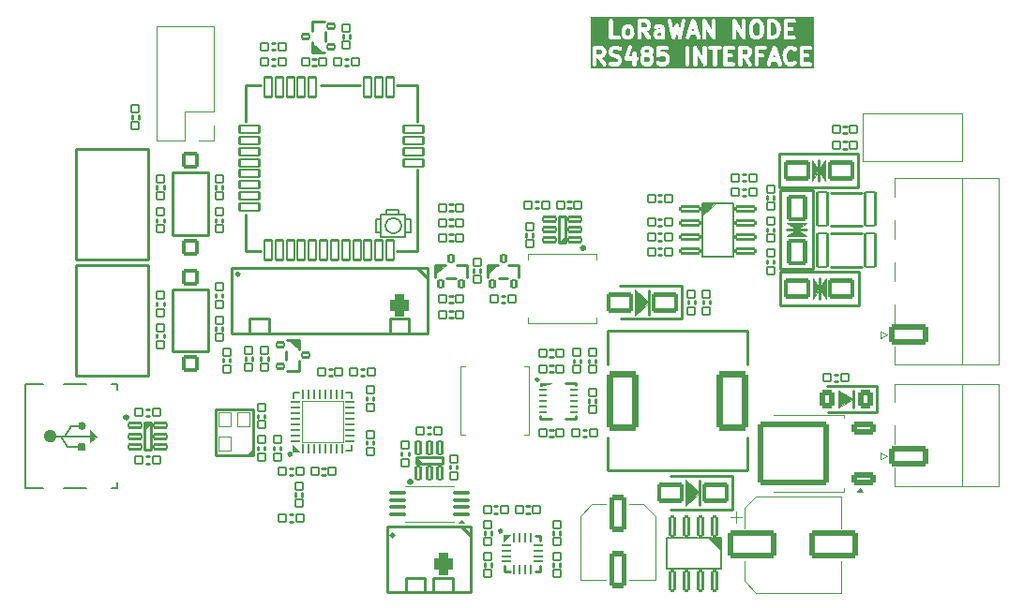
<source format=gto>
G04 #@! TF.GenerationSoftware,KiCad,Pcbnew,8.0.2-8.0.2-0~ubuntu23.10.1*
G04 #@! TF.CreationDate,2024-05-02T10:41:37+07:00*
G04 #@! TF.ProjectId,Node_RS485,4e6f6465-5f52-4533-9438-352e6b696361,rev?*
G04 #@! TF.SameCoordinates,Original*
G04 #@! TF.FileFunction,Legend,Top*
G04 #@! TF.FilePolarity,Positive*
%FSLAX46Y46*%
G04 Gerber Fmt 4.6, Leading zero omitted, Abs format (unit mm)*
G04 Created by KiCad (PCBNEW 8.0.2-8.0.2-0~ubuntu23.10.1) date 2024-05-02 10:41:37*
%MOMM*%
%LPD*%
G01*
G04 APERTURE LIST*
G04 Aperture macros list*
%AMRoundRect*
0 Rectangle with rounded corners*
0 $1 Rounding radius*
0 $2 $3 $4 $5 $6 $7 $8 $9 X,Y pos of 4 corners*
0 Add a 4 corners polygon primitive as box body*
4,1,4,$2,$3,$4,$5,$6,$7,$8,$9,$2,$3,0*
0 Add four circle primitives for the rounded corners*
1,1,$1+$1,$2,$3*
1,1,$1+$1,$4,$5*
1,1,$1+$1,$6,$7*
1,1,$1+$1,$8,$9*
0 Add four rect primitives between the rounded corners*
20,1,$1+$1,$2,$3,$4,$5,0*
20,1,$1+$1,$4,$5,$6,$7,0*
20,1,$1+$1,$6,$7,$8,$9,0*
20,1,$1+$1,$8,$9,$2,$3,0*%
%AMFreePoly0*
4,1,18,-0.700000,0.540000,-0.695433,0.562961,-0.682426,0.582426,-0.662961,0.595433,-0.640000,0.600000,0.640000,0.600000,0.662961,0.595433,0.682426,0.582426,0.695433,0.562961,0.700000,0.540000,0.700000,-0.540000,0.695433,-0.562961,0.682426,-0.582426,0.662961,-0.595433,0.640000,-0.600000,-0.400000,-0.600000,-0.700000,-0.300000,-0.700000,0.540000,-0.700000,0.540000,$1*%
%AMFreePoly1*
4,1,21,-0.125000,1.200000,0.125000,1.200000,0.125000,1.700000,0.375000,1.700000,0.375000,1.200000,0.825000,1.200000,0.825000,-1.200000,0.375000,-1.200000,0.375000,-1.700000,0.125000,-1.700000,0.125000,-1.200000,-0.125000,-1.200000,-0.125000,-1.700000,-0.375000,-1.700000,-0.375000,-1.200000,-0.825000,-1.200000,-0.825000,1.200000,-0.375000,1.200000,-0.375000,1.700000,-0.125000,1.700000,
-0.125000,1.200000,-0.125000,1.200000,$1*%
G04 Aperture macros list end*
%ADD10C,0.375000*%
%ADD11C,0.250000*%
%ADD12C,0.100000*%
%ADD13C,0.120000*%
%ADD14C,0.150000*%
%ADD15C,0.300000*%
%ADD16C,0.400000*%
%ADD17C,0.127000*%
%ADD18C,0.200000*%
%ADD19C,0.575000*%
%ADD20RoundRect,0.085000X0.365000X-0.340000X0.365000X0.340000X-0.365000X0.340000X-0.365000X-0.340000X0*%
%ADD21RoundRect,0.085000X-0.365000X0.340000X-0.365000X-0.340000X0.365000X-0.340000X0.365000X0.340000X0*%
%ADD22RoundRect,0.180000X-1.020000X-0.720000X1.020000X-0.720000X1.020000X0.720000X-1.020000X0.720000X0*%
%ADD23RoundRect,0.100000X0.637500X0.100000X-0.637500X0.100000X-0.637500X-0.100000X0.637500X-0.100000X0*%
%ADD24RoundRect,0.085000X0.340000X0.365000X-0.340000X0.365000X-0.340000X-0.365000X0.340000X-0.365000X0*%
%ADD25RoundRect,0.085000X-0.340000X-0.365000X0.340000X-0.365000X0.340000X0.365000X-0.340000X0.365000X0*%
%ADD26RoundRect,0.150000X-0.600000X0.600000X-0.600000X-0.600000X0.600000X-0.600000X0.600000X0.600000X0*%
%ADD27RoundRect,0.112000X-0.448000X-1.538000X0.448000X-1.538000X0.448000X1.538000X-0.448000X1.538000X0*%
%ADD28RoundRect,0.062500X0.062500X-0.375000X0.062500X0.375000X-0.062500X0.375000X-0.062500X-0.375000X0*%
%ADD29RoundRect,0.062500X0.375000X-0.062500X0.375000X0.062500X-0.375000X0.062500X-0.375000X-0.062500X0*%
%ADD30R,3.450000X3.450000*%
%ADD31RoundRect,0.090000X-0.210000X0.885000X-0.210000X-0.885000X0.210000X-0.885000X0.210000X0.885000X0*%
%ADD32RoundRect,0.090000X0.210000X-0.560000X0.210000X0.560000X-0.210000X0.560000X-0.210000X-0.560000X0*%
%ADD33RoundRect,0.102000X-0.350000X0.900000X-0.350000X-0.900000X0.350000X-0.900000X0.350000X0.900000X0*%
%ADD34RoundRect,0.102000X-0.900000X-0.350000X0.900000X-0.350000X0.900000X0.350000X-0.900000X0.350000X0*%
%ADD35FreePoly0,90.000000*%
%ADD36RoundRect,0.060000X0.540000X-0.640000X0.540000X0.640000X-0.540000X0.640000X-0.540000X-0.640000X0*%
%ADD37RoundRect,0.425000X-0.425000X0.550000X-0.425000X-0.550000X0.425000X-0.550000X0.425000X0.550000X0*%
%ADD38O,1.700000X1.950000*%
%ADD39RoundRect,0.180000X-0.720000X1.020000X-0.720000X-1.020000X0.720000X-1.020000X0.720000X1.020000X0*%
%ADD40RoundRect,0.090000X0.360000X0.210000X-0.360000X0.210000X-0.360000X-0.210000X0.360000X-0.210000X0*%
%ADD41RoundRect,0.090000X0.210000X-0.360000X0.210000X0.360000X-0.210000X0.360000X-0.210000X-0.360000X0*%
%ADD42RoundRect,0.250000X-0.550000X1.412500X-0.550000X-1.412500X0.550000X-1.412500X0.550000X1.412500X0*%
%ADD43RoundRect,0.062500X-0.375000X-0.062500X0.375000X-0.062500X0.375000X0.062500X-0.375000X0.062500X0*%
%ADD44RoundRect,0.062500X-0.062500X-0.375000X0.062500X-0.375000X0.062500X0.375000X-0.062500X0.375000X0*%
%ADD45R,1.600000X1.600000*%
%ADD46RoundRect,0.250000X-1.950000X-1.000000X1.950000X-1.000000X1.950000X1.000000X-1.950000X1.000000X0*%
%ADD47RoundRect,0.290000X1.160000X2.410000X-1.160000X2.410000X-1.160000X-2.410000X1.160000X-2.410000X0*%
%ADD48RoundRect,0.250000X1.550000X-0.650000X1.550000X0.650000X-1.550000X0.650000X-1.550000X-0.650000X0*%
%ADD49O,3.600000X1.800000*%
%ADD50RoundRect,0.180000X1.020000X0.720000X-1.020000X0.720000X-1.020000X-0.720000X1.020000X-0.720000X0*%
%ADD51RoundRect,0.090000X-0.885000X-0.210000X0.885000X-0.210000X0.885000X0.210000X-0.885000X0.210000X0*%
%ADD52R,2.350000X5.100000*%
%ADD53C,1.500000*%
%ADD54RoundRect,0.090000X0.560000X0.210000X-0.560000X0.210000X-0.560000X-0.210000X0.560000X-0.210000X0*%
%ADD55R,1.700000X1.700000*%
%ADD56O,1.700000X1.700000*%
%ADD57C,2.000000*%
%ADD58C,2.500000*%
%ADD59RoundRect,0.060000X-0.240000X-0.060000X0.240000X-0.060000X0.240000X0.060000X-0.240000X0.060000X0*%
%ADD60FreePoly1,0.000000*%
%ADD61RoundRect,0.090000X-0.360000X-0.210000X0.360000X-0.210000X0.360000X0.210000X-0.360000X0.210000X0*%
%ADD62RoundRect,0.090000X-0.560000X-0.210000X0.560000X-0.210000X0.560000X0.210000X-0.560000X0.210000X0*%
%ADD63RoundRect,0.250000X0.400000X0.600000X-0.400000X0.600000X-0.400000X-0.600000X0.400000X-0.600000X0*%
%ADD64C,0.650000*%
%ADD65R,1.300000X0.600000*%
%ADD66R,1.300000X0.300000*%
%ADD67O,2.100000X1.000000*%
%ADD68O,1.600000X1.000000*%
%ADD69R,5.100000X2.350000*%
%ADD70RoundRect,0.250000X0.850000X0.350000X-0.850000X0.350000X-0.850000X-0.350000X0.850000X-0.350000X0*%
%ADD71RoundRect,0.249997X2.950003X2.650003X-2.950003X2.650003X-2.950003X-2.650003X2.950003X-2.650003X0*%
G04 APERTURE END LIST*
D10*
G36*
X164007113Y-75646090D02*
G01*
X164037364Y-75674797D01*
X164077239Y-75751016D01*
X164079444Y-75948225D01*
X164042937Y-76024715D01*
X164014232Y-76054965D01*
X163938013Y-76094839D01*
X163740802Y-76097044D01*
X163664313Y-76060539D01*
X163634063Y-76031832D01*
X163594189Y-75955614D01*
X163591984Y-75758405D01*
X163628492Y-75681911D01*
X163657195Y-75651665D01*
X163733416Y-75611789D01*
X163930624Y-75609584D01*
X164007113Y-75646090D01*
G37*
G36*
X164007113Y-75003233D02*
G01*
X164037364Y-75031940D01*
X164074130Y-75102216D01*
X164042937Y-75167572D01*
X164014232Y-75197822D01*
X163938013Y-75237696D01*
X163740802Y-75239901D01*
X163664313Y-75203396D01*
X163634063Y-75174689D01*
X163597297Y-75104412D01*
X163628489Y-75039057D01*
X163657195Y-75008808D01*
X163733416Y-74968932D01*
X163930624Y-74966727D01*
X164007113Y-75003233D01*
G37*
G36*
X159721402Y-75003234D02*
G01*
X159751652Y-75031941D01*
X159791658Y-75108411D01*
X159793468Y-75234488D01*
X159757225Y-75310429D01*
X159728518Y-75340679D01*
X159652712Y-75380337D01*
X159481359Y-75381353D01*
X159474507Y-75380144D01*
X159468710Y-75381428D01*
X159306819Y-75382387D01*
X159305848Y-74968293D01*
X159643992Y-74966289D01*
X159721402Y-75003234D01*
G37*
G36*
X172864258Y-75003234D02*
G01*
X172894508Y-75031941D01*
X172934514Y-75108411D01*
X172936324Y-75234488D01*
X172900081Y-75310429D01*
X172871374Y-75340679D01*
X172795568Y-75380337D01*
X172624215Y-75381353D01*
X172617363Y-75380144D01*
X172611566Y-75381428D01*
X172449675Y-75382387D01*
X172448704Y-74968293D01*
X172786848Y-74966289D01*
X172864258Y-75003234D01*
G37*
G36*
X175435171Y-75667051D02*
G01*
X175236318Y-75668005D01*
X175335165Y-75369245D01*
X175435171Y-75667051D01*
G37*
G36*
X162257115Y-73088318D02*
G01*
X162287365Y-73117025D01*
X162327097Y-73192971D01*
X162329728Y-73532712D01*
X162292938Y-73609799D01*
X162264231Y-73640049D01*
X162187759Y-73680056D01*
X162061682Y-73681866D01*
X161985741Y-73645623D01*
X161955491Y-73616916D01*
X161915758Y-73540968D01*
X161913127Y-73201227D01*
X161949917Y-73124141D01*
X161978623Y-73093892D01*
X162055098Y-73053883D01*
X162181171Y-73052073D01*
X162257115Y-73088318D01*
G37*
G36*
X165115122Y-73679854D02*
G01*
X164848297Y-73682296D01*
X164796549Y-73657599D01*
X164772385Y-73611408D01*
X164771277Y-73556259D01*
X164795084Y-73506378D01*
X164840398Y-73482672D01*
X165114247Y-73480166D01*
X165115122Y-73679854D01*
G37*
G36*
X173899182Y-72587941D02*
G01*
X173987512Y-72673643D01*
X174041150Y-72878684D01*
X174044193Y-73331878D01*
X173991079Y-73554609D01*
X173909307Y-73638889D01*
X173830871Y-73679923D01*
X173633660Y-73682128D01*
X173557960Y-73645999D01*
X173469630Y-73560296D01*
X173415993Y-73355256D01*
X173412950Y-72902060D01*
X173466064Y-72679330D01*
X173547835Y-72595052D01*
X173626274Y-72554016D01*
X173823482Y-72551811D01*
X173899182Y-72587941D01*
G37*
G36*
X175338988Y-72598841D02*
G01*
X175429062Y-72686234D01*
X175477815Y-72779425D01*
X175541245Y-73021902D01*
X175543676Y-73191189D01*
X175485940Y-73433303D01*
X175436172Y-73537581D01*
X175345646Y-73630884D01*
X175205694Y-73679679D01*
X175058492Y-73681026D01*
X175055847Y-72552782D01*
X175190349Y-72551551D01*
X175338988Y-72598841D01*
G37*
G36*
X163757115Y-72588318D02*
G01*
X163787365Y-72617025D01*
X163827371Y-72693495D01*
X163829181Y-72819572D01*
X163792938Y-72895513D01*
X163764231Y-72925763D01*
X163688425Y-72965421D01*
X163517072Y-72966437D01*
X163510220Y-72965228D01*
X163504423Y-72966512D01*
X163342532Y-72967471D01*
X163341561Y-72553377D01*
X163679705Y-72551373D01*
X163757115Y-72588318D01*
G37*
G36*
X168113743Y-73252135D02*
G01*
X167914890Y-73253089D01*
X168013737Y-72954329D01*
X168113743Y-73252135D01*
G37*
G36*
X178921396Y-76656886D02*
G01*
X158746429Y-76656886D01*
X158746429Y-74781886D01*
X158933929Y-74781886D01*
X158937532Y-76318465D01*
X158965528Y-76386055D01*
X159017260Y-76437787D01*
X159084850Y-76465783D01*
X159158008Y-76465783D01*
X159225598Y-76437787D01*
X159277330Y-76386055D01*
X159305326Y-76318465D01*
X159308929Y-76281886D01*
X159307691Y-75753996D01*
X159380339Y-75753565D01*
X159848894Y-76417311D01*
X159910590Y-76456628D01*
X159982637Y-76469342D01*
X160054063Y-76453517D01*
X160113997Y-76411564D01*
X160153314Y-76349868D01*
X160166028Y-76277821D01*
X160150203Y-76206395D01*
X160132178Y-76174362D01*
X159809958Y-75717911D01*
X159920311Y-75660179D01*
X159939885Y-75652072D01*
X159947052Y-75646190D01*
X159950673Y-75644296D01*
X159953914Y-75640558D01*
X159968298Y-75628755D01*
X160041353Y-75551768D01*
X160055268Y-75539701D01*
X160060119Y-75531993D01*
X160063044Y-75528912D01*
X160064938Y-75524339D01*
X160074849Y-75508595D01*
X160132291Y-75388236D01*
X160134473Y-75386055D01*
X160141963Y-75367969D01*
X160159413Y-75331409D01*
X160159890Y-75324689D01*
X160162469Y-75318465D01*
X160166072Y-75281886D01*
X160163383Y-75094700D01*
X160164600Y-75091051D01*
X160163009Y-75068680D01*
X160162994Y-75067600D01*
X160362501Y-75067600D01*
X160364846Y-75184387D01*
X160363973Y-75187007D01*
X160365263Y-75205156D01*
X160366104Y-75247037D01*
X160368682Y-75253261D01*
X160369160Y-75259981D01*
X160382296Y-75294310D01*
X160457422Y-75437913D01*
X160465530Y-75457486D01*
X160471410Y-75464651D01*
X160473305Y-75468273D01*
X160477044Y-75471516D01*
X160488847Y-75485898D01*
X160565831Y-75558953D01*
X160577899Y-75572867D01*
X160585606Y-75577718D01*
X160588689Y-75580644D01*
X160593263Y-75582538D01*
X160609005Y-75592448D01*
X160743183Y-75656487D01*
X160755627Y-75665707D01*
X160782972Y-75675477D01*
X160786190Y-75677013D01*
X160787538Y-75677108D01*
X160790240Y-75678074D01*
X161044906Y-75738803D01*
X161149973Y-75788948D01*
X161180221Y-75817653D01*
X161220472Y-75894592D01*
X161221580Y-75949738D01*
X161185795Y-76024715D01*
X161157090Y-76054965D01*
X161081031Y-76094755D01*
X160802508Y-76097304D01*
X160573452Y-76024431D01*
X160500477Y-76029616D01*
X160435041Y-76062335D01*
X160387108Y-76117603D01*
X160363974Y-76187007D01*
X160369159Y-76259982D01*
X160401878Y-76325418D01*
X160457146Y-76373351D01*
X160490709Y-76388336D01*
X160706401Y-76456957D01*
X160727708Y-76465783D01*
X160737025Y-76466700D01*
X160740836Y-76467913D01*
X160745772Y-76467562D01*
X160764287Y-76469386D01*
X161093359Y-76466374D01*
X161097977Y-76467914D01*
X161123517Y-76466098D01*
X161158008Y-76465783D01*
X161164233Y-76463204D01*
X161170952Y-76462727D01*
X161205281Y-76449592D01*
X161348886Y-76374464D01*
X161368458Y-76366357D01*
X161375623Y-76360476D01*
X161379245Y-76358582D01*
X161382487Y-76354843D01*
X161396870Y-76343040D01*
X161469925Y-76266055D01*
X161483839Y-76253988D01*
X161488690Y-76246280D01*
X161491616Y-76243198D01*
X161493510Y-76238623D01*
X161503420Y-76222882D01*
X161560864Y-76102521D01*
X161563045Y-76100341D01*
X161570531Y-76082266D01*
X161587985Y-76045697D01*
X161588462Y-76038975D01*
X161591041Y-76032751D01*
X161594644Y-75996172D01*
X161592298Y-75879384D01*
X161593172Y-75876765D01*
X161591881Y-75858614D01*
X161591041Y-75816736D01*
X161588462Y-75810511D01*
X161587985Y-75803790D01*
X161574849Y-75769462D01*
X161569080Y-75758434D01*
X161792545Y-75758434D01*
X161794675Y-75788412D01*
X161794675Y-75818465D01*
X161797252Y-75824687D01*
X161797730Y-75831409D01*
X161811172Y-75858294D01*
X161822671Y-75886055D01*
X161827434Y-75890818D01*
X161830448Y-75896846D01*
X161853155Y-75916539D01*
X161874403Y-75937787D01*
X161880627Y-75940365D01*
X161885717Y-75944779D01*
X161914226Y-75954282D01*
X161941993Y-75965783D01*
X161951555Y-75966724D01*
X161955120Y-75967913D01*
X161960056Y-75967562D01*
X161978572Y-75969386D01*
X162507740Y-75967410D01*
X162508961Y-76318465D01*
X162536957Y-76386055D01*
X162588689Y-76437787D01*
X162656279Y-76465783D01*
X162729437Y-76465783D01*
X162797027Y-76437787D01*
X162848759Y-76386055D01*
X162876755Y-76318465D01*
X162880358Y-76281886D01*
X162879260Y-75966023D01*
X162943722Y-75965783D01*
X163011312Y-75937787D01*
X163063044Y-75886055D01*
X163091040Y-75818465D01*
X163091040Y-75745307D01*
X163063044Y-75677717D01*
X163011312Y-75625985D01*
X162943722Y-75597989D01*
X162907143Y-75594386D01*
X162877968Y-75594494D01*
X162876755Y-75245307D01*
X162848759Y-75177717D01*
X162797027Y-75125985D01*
X162729437Y-75097989D01*
X162656279Y-75097989D01*
X162588689Y-75125985D01*
X162536957Y-75177717D01*
X162508961Y-75245307D01*
X162505358Y-75281886D01*
X162506449Y-75595881D01*
X162237042Y-75596887D01*
X162411656Y-75067600D01*
X163219643Y-75067600D01*
X163221231Y-75115227D01*
X163221115Y-75115578D01*
X163221357Y-75118984D01*
X163223246Y-75175608D01*
X163225824Y-75181832D01*
X163226302Y-75188552D01*
X163239438Y-75222881D01*
X163314563Y-75366482D01*
X163322671Y-75386056D01*
X163328552Y-75393223D01*
X163330447Y-75396844D01*
X163334184Y-75400085D01*
X163345988Y-75414469D01*
X163358166Y-75426025D01*
X163344359Y-75440575D01*
X163330447Y-75452642D01*
X163325596Y-75460346D01*
X163322672Y-75463429D01*
X163320777Y-75468003D01*
X163310866Y-75483748D01*
X163253423Y-75604107D01*
X163251242Y-75606289D01*
X163243751Y-75624372D01*
X163226302Y-75660935D01*
X163225824Y-75667653D01*
X163223246Y-75673879D01*
X163219643Y-75710458D01*
X163222527Y-75968483D01*
X163221115Y-75972721D01*
X163222847Y-75997093D01*
X163223246Y-76032751D01*
X163225824Y-76038975D01*
X163226302Y-76045695D01*
X163239438Y-76080024D01*
X163314563Y-76223625D01*
X163322671Y-76243199D01*
X163328552Y-76250366D01*
X163330447Y-76253987D01*
X163334184Y-76257228D01*
X163345988Y-76271612D01*
X163422974Y-76344667D01*
X163435042Y-76358582D01*
X163442749Y-76363433D01*
X163445831Y-76366358D01*
X163450403Y-76368252D01*
X163466148Y-76378163D01*
X163586506Y-76435605D01*
X163588688Y-76437787D01*
X163606773Y-76445277D01*
X163643334Y-76462727D01*
X163650053Y-76463204D01*
X163656278Y-76465783D01*
X163692857Y-76469386D01*
X163950881Y-76466501D01*
X163955119Y-76467914D01*
X163979491Y-76466181D01*
X164015150Y-76465783D01*
X164021375Y-76463204D01*
X164028094Y-76462727D01*
X164062423Y-76449592D01*
X164206028Y-76374464D01*
X164225600Y-76366357D01*
X164232765Y-76360476D01*
X164236387Y-76358582D01*
X164239629Y-76354843D01*
X164254012Y-76343040D01*
X164327067Y-76266055D01*
X164340981Y-76253988D01*
X164345832Y-76246280D01*
X164348758Y-76243198D01*
X164350652Y-76238623D01*
X164360562Y-76222882D01*
X164418006Y-76102521D01*
X164420187Y-76100341D01*
X164427673Y-76082266D01*
X164445127Y-76045697D01*
X164445604Y-76038975D01*
X164448183Y-76032751D01*
X164451786Y-75996172D01*
X164448901Y-75738145D01*
X164450314Y-75733908D01*
X164448581Y-75709535D01*
X164448183Y-75673879D01*
X164445604Y-75667654D01*
X164445127Y-75660934D01*
X164431991Y-75626605D01*
X164373223Y-75514271D01*
X164649090Y-75514271D01*
X164651816Y-75523308D01*
X164651817Y-75532753D01*
X164662306Y-75558075D01*
X164670222Y-75584311D01*
X164676201Y-75591619D01*
X164679815Y-75600343D01*
X164699192Y-75619720D01*
X164716549Y-75640934D01*
X164724871Y-75645398D01*
X164731546Y-75652073D01*
X164756865Y-75662561D01*
X164781018Y-75675517D01*
X164790410Y-75676456D01*
X164799135Y-75680070D01*
X164826547Y-75680069D01*
X164853813Y-75682796D01*
X164862850Y-75680069D01*
X164872295Y-75680069D01*
X164897617Y-75669579D01*
X164923853Y-75661664D01*
X164931161Y-75655684D01*
X164939885Y-75652071D01*
X164968297Y-75628754D01*
X165014338Y-75580236D01*
X165090398Y-75540445D01*
X165358842Y-75537988D01*
X165435688Y-75574664D01*
X165465934Y-75603367D01*
X165505726Y-75679428D01*
X165508183Y-75947872D01*
X165471508Y-76024715D01*
X165442803Y-76054965D01*
X165366744Y-76094755D01*
X165098297Y-76097212D01*
X165021455Y-76060538D01*
X164939885Y-75983130D01*
X164872295Y-75955132D01*
X164799135Y-75955131D01*
X164731546Y-75983128D01*
X164679815Y-76034858D01*
X164651817Y-76102448D01*
X164651816Y-76175608D01*
X164679813Y-76243197D01*
X164703131Y-76271611D01*
X164780117Y-76344669D01*
X164792184Y-76358582D01*
X164799889Y-76363432D01*
X164802971Y-76366357D01*
X164807543Y-76368250D01*
X164823290Y-76378164D01*
X164943651Y-76435607D01*
X164945831Y-76437787D01*
X164963898Y-76445270D01*
X165000477Y-76462728D01*
X165007198Y-76463205D01*
X165013421Y-76465783D01*
X165050000Y-76469386D01*
X165379072Y-76466374D01*
X165383690Y-76467914D01*
X165409230Y-76466098D01*
X165443721Y-76465783D01*
X165449946Y-76463204D01*
X165456665Y-76462727D01*
X165490994Y-76449592D01*
X165634599Y-76374464D01*
X165654171Y-76366357D01*
X165661336Y-76360476D01*
X165664958Y-76358582D01*
X165668200Y-76354843D01*
X165682583Y-76343040D01*
X165755638Y-76266055D01*
X165769552Y-76253988D01*
X165774403Y-76246280D01*
X165777329Y-76243198D01*
X165779223Y-76238623D01*
X165789133Y-76222882D01*
X165846577Y-76102521D01*
X165848758Y-76100341D01*
X165856244Y-76082266D01*
X165873698Y-76045697D01*
X165874175Y-76038975D01*
X165876754Y-76032751D01*
X165880357Y-75996172D01*
X165877345Y-75667097D01*
X165878885Y-75662479D01*
X165877069Y-75636938D01*
X165876754Y-75602450D01*
X165874175Y-75596225D01*
X165873698Y-75589504D01*
X165860562Y-75555176D01*
X165785434Y-75411572D01*
X165777329Y-75392003D01*
X165771447Y-75384836D01*
X165769552Y-75381213D01*
X165765811Y-75377968D01*
X165754011Y-75363590D01*
X165677024Y-75290531D01*
X165664958Y-75276619D01*
X165657253Y-75271768D01*
X165654171Y-75268844D01*
X165649596Y-75266949D01*
X165633852Y-75257038D01*
X165513492Y-75199595D01*
X165511311Y-75197414D01*
X165493227Y-75189923D01*
X165456665Y-75172474D01*
X165449946Y-75171996D01*
X165443721Y-75169418D01*
X165407142Y-75165815D01*
X165078070Y-75168826D01*
X165073452Y-75167287D01*
X165055238Y-75168581D01*
X165074273Y-74968584D01*
X165658007Y-74965783D01*
X165725597Y-74937787D01*
X165777329Y-74886055D01*
X165805325Y-74818465D01*
X165805325Y-74781886D01*
X167291070Y-74781886D01*
X167294673Y-76318465D01*
X167322669Y-76386055D01*
X167374401Y-76437787D01*
X167441991Y-76465783D01*
X167515149Y-76465783D01*
X167582739Y-76437787D01*
X167634471Y-76386055D01*
X167662467Y-76318465D01*
X167666070Y-76281886D01*
X167662553Y-74781886D01*
X168005356Y-74781886D01*
X168008959Y-76318465D01*
X168036955Y-76386055D01*
X168088687Y-76437787D01*
X168156277Y-76465783D01*
X168229435Y-76465783D01*
X168297025Y-76437787D01*
X168348757Y-76386055D01*
X168376753Y-76318465D01*
X168380356Y-76281886D01*
X168378479Y-75481765D01*
X168884848Y-76363724D01*
X168894098Y-76386055D01*
X168902484Y-76394441D01*
X168908480Y-76404884D01*
X168928196Y-76420153D01*
X168945830Y-76437787D01*
X168956870Y-76442359D01*
X168966321Y-76449679D01*
X168990385Y-76456242D01*
X169013420Y-76465783D01*
X169025369Y-76465783D01*
X169036904Y-76468929D01*
X169061649Y-76465783D01*
X169086578Y-76465783D01*
X169097619Y-76461209D01*
X169109478Y-76459702D01*
X169131129Y-76447329D01*
X169154168Y-76437787D01*
X169162620Y-76429334D01*
X169172997Y-76423405D01*
X169188266Y-76403688D01*
X169205900Y-76386055D01*
X169210472Y-76375014D01*
X169217792Y-76365564D01*
X169224354Y-76341500D01*
X169233896Y-76318465D01*
X169235738Y-76299757D01*
X169237041Y-76294982D01*
X169236572Y-76291294D01*
X169237499Y-76281886D01*
X169233896Y-74745307D01*
X169366103Y-74745307D01*
X169366103Y-74818465D01*
X169394099Y-74886055D01*
X169445831Y-74937787D01*
X169513421Y-74965783D01*
X169550000Y-74969386D01*
X169791508Y-74968412D01*
X169794674Y-76318465D01*
X169822670Y-76386055D01*
X169874402Y-76437787D01*
X169941992Y-76465783D01*
X170015150Y-76465783D01*
X170082740Y-76437787D01*
X170134472Y-76386055D01*
X170162468Y-76318465D01*
X170166071Y-76281886D01*
X170162987Y-74966914D01*
X170443722Y-74965783D01*
X170511312Y-74937787D01*
X170563044Y-74886055D01*
X170591040Y-74818465D01*
X170591040Y-74781886D01*
X170719642Y-74781886D01*
X170723245Y-76318465D01*
X170751241Y-76386055D01*
X170802973Y-76437787D01*
X170870563Y-76465783D01*
X170907142Y-76469386D01*
X171658007Y-76465783D01*
X171725597Y-76437787D01*
X171777329Y-76386055D01*
X171805325Y-76318465D01*
X171805325Y-76245307D01*
X171777329Y-76177717D01*
X171725597Y-76125985D01*
X171658007Y-76097989D01*
X171621428Y-76094386D01*
X171094208Y-76096915D01*
X171093236Y-75682422D01*
X171443721Y-75680069D01*
X171511311Y-75652073D01*
X171563043Y-75600341D01*
X171591039Y-75532751D01*
X171591039Y-75459593D01*
X171563043Y-75392003D01*
X171511311Y-75340271D01*
X171443721Y-75312275D01*
X171407142Y-75308672D01*
X171092364Y-75310785D01*
X171091562Y-74968501D01*
X171658007Y-74965783D01*
X171725597Y-74937787D01*
X171777329Y-74886055D01*
X171805325Y-74818465D01*
X171805325Y-74781886D01*
X172076785Y-74781886D01*
X172080388Y-76318465D01*
X172108384Y-76386055D01*
X172160116Y-76437787D01*
X172227706Y-76465783D01*
X172300864Y-76465783D01*
X172368454Y-76437787D01*
X172420186Y-76386055D01*
X172448182Y-76318465D01*
X172451785Y-76281886D01*
X172450547Y-75753996D01*
X172523195Y-75753565D01*
X172991750Y-76417311D01*
X173053446Y-76456628D01*
X173125493Y-76469342D01*
X173196919Y-76453517D01*
X173256853Y-76411564D01*
X173296170Y-76349868D01*
X173308884Y-76277821D01*
X173293059Y-76206395D01*
X173275034Y-76174362D01*
X172952814Y-75717911D01*
X173063167Y-75660179D01*
X173082741Y-75652072D01*
X173089908Y-75646190D01*
X173093529Y-75644296D01*
X173096770Y-75640558D01*
X173111154Y-75628755D01*
X173184209Y-75551768D01*
X173198124Y-75539701D01*
X173202975Y-75531993D01*
X173205900Y-75528912D01*
X173207794Y-75524339D01*
X173217705Y-75508595D01*
X173275147Y-75388236D01*
X173277329Y-75386055D01*
X173284819Y-75367969D01*
X173302269Y-75331409D01*
X173302746Y-75324689D01*
X173305325Y-75318465D01*
X173308928Y-75281886D01*
X173306239Y-75094700D01*
X173307456Y-75091051D01*
X173305865Y-75068680D01*
X173305325Y-75031021D01*
X173302746Y-75024796D01*
X173302269Y-75018077D01*
X173289133Y-74983748D01*
X173214006Y-74840144D01*
X173205899Y-74820572D01*
X173200018Y-74813407D01*
X173198124Y-74809785D01*
X173194384Y-74806541D01*
X173182581Y-74792159D01*
X173171755Y-74781886D01*
X173576785Y-74781886D01*
X173580388Y-76318465D01*
X173608384Y-76386055D01*
X173660116Y-76437787D01*
X173727706Y-76465783D01*
X173800864Y-76465783D01*
X173868454Y-76437787D01*
X173920186Y-76386055D01*
X173948182Y-76318465D01*
X173951785Y-76281886D01*
X173951730Y-76258435D01*
X174649687Y-76258435D01*
X174654872Y-76331409D01*
X174687590Y-76396846D01*
X174742859Y-76444779D01*
X174812263Y-76467913D01*
X174885237Y-76462728D01*
X174950674Y-76430010D01*
X174998607Y-76374741D01*
X175013592Y-76341179D01*
X175113184Y-76040169D01*
X175559748Y-76038026D01*
X175672821Y-76374741D01*
X175720755Y-76430010D01*
X175786191Y-76462728D01*
X175859166Y-76467913D01*
X175928569Y-76444779D01*
X175983838Y-76396846D01*
X176016556Y-76331409D01*
X176021741Y-76258435D01*
X176013592Y-76222593D01*
X175745666Y-75424743D01*
X176076785Y-75424743D01*
X176079730Y-75629838D01*
X176077007Y-75648143D01*
X176080314Y-75670516D01*
X176080388Y-75675608D01*
X176081445Y-75678159D01*
X176082383Y-75684504D01*
X176153636Y-75956889D01*
X176154872Y-75974267D01*
X176165336Y-76001615D01*
X176166178Y-76004831D01*
X176166983Y-76005917D01*
X176168008Y-76008596D01*
X176243138Y-76152206D01*
X176251242Y-76171769D01*
X176257120Y-76178932D01*
X176259018Y-76182559D01*
X176262760Y-76185804D01*
X176274559Y-76200182D01*
X176400219Y-76322104D01*
X176401876Y-76325418D01*
X176418440Y-76339784D01*
X176445829Y-76366358D01*
X176452054Y-76368936D01*
X176457144Y-76373351D01*
X176490707Y-76388336D01*
X176706399Y-76456957D01*
X176727706Y-76465783D01*
X176737023Y-76466700D01*
X176740834Y-76467913D01*
X176745770Y-76467562D01*
X176764285Y-76469386D01*
X176910112Y-76466457D01*
X176930593Y-76467913D01*
X176939596Y-76465865D01*
X176943721Y-76465783D01*
X176948296Y-76463887D01*
X176966434Y-76459764D01*
X177154039Y-76394355D01*
X177158009Y-76394355D01*
X177179112Y-76385613D01*
X177214283Y-76373351D01*
X177219374Y-76368935D01*
X177225599Y-76366357D01*
X177254011Y-76343040D01*
X177348757Y-76243198D01*
X177376753Y-76175608D01*
X177376753Y-76102448D01*
X177348755Y-76034858D01*
X177297024Y-75983128D01*
X177229435Y-75955132D01*
X177156275Y-75955132D01*
X177088685Y-75983130D01*
X177060272Y-76006448D01*
X177022291Y-76046471D01*
X176883503Y-76094860D01*
X176800089Y-76096535D01*
X176653867Y-76050015D01*
X176563795Y-75962622D01*
X176515041Y-75869430D01*
X176451611Y-75626953D01*
X176449180Y-75457666D01*
X176506916Y-75215551D01*
X176556684Y-75111275D01*
X176647211Y-75017972D01*
X176787924Y-74968911D01*
X176871336Y-74967236D01*
X177018527Y-75014065D01*
X177088686Y-75080643D01*
X177156276Y-75108640D01*
X177229436Y-75108640D01*
X177297025Y-75080643D01*
X177348756Y-75028912D01*
X177376753Y-74961323D01*
X177376753Y-74888163D01*
X177348756Y-74820573D01*
X177325438Y-74792160D01*
X177314611Y-74781886D01*
X177648213Y-74781886D01*
X177651816Y-76318465D01*
X177679812Y-76386055D01*
X177731544Y-76437787D01*
X177799134Y-76465783D01*
X177835713Y-76469386D01*
X178586578Y-76465783D01*
X178654168Y-76437787D01*
X178705900Y-76386055D01*
X178733896Y-76318465D01*
X178733896Y-76245307D01*
X178705900Y-76177717D01*
X178654168Y-76125985D01*
X178586578Y-76097989D01*
X178549999Y-76094386D01*
X178022779Y-76096915D01*
X178021807Y-75682422D01*
X178372292Y-75680069D01*
X178439882Y-75652073D01*
X178491614Y-75600341D01*
X178519610Y-75532751D01*
X178519610Y-75459593D01*
X178491614Y-75392003D01*
X178439882Y-75340271D01*
X178372292Y-75312275D01*
X178335713Y-75308672D01*
X178020935Y-75310785D01*
X178020133Y-74968501D01*
X178586578Y-74965783D01*
X178654168Y-74937787D01*
X178705900Y-74886055D01*
X178733896Y-74818465D01*
X178733896Y-74745307D01*
X178705900Y-74677717D01*
X178654168Y-74625985D01*
X178586578Y-74597989D01*
X178549999Y-74594386D01*
X177799134Y-74597989D01*
X177731544Y-74625985D01*
X177679812Y-74677717D01*
X177651816Y-74745307D01*
X177648213Y-74781886D01*
X177314611Y-74781886D01*
X177270282Y-74739819D01*
X177269551Y-74738356D01*
X177260134Y-74730189D01*
X177225598Y-74697415D01*
X177219372Y-74694836D01*
X177214283Y-74690422D01*
X177180721Y-74675437D01*
X176965025Y-74606813D01*
X176943721Y-74597989D01*
X176934404Y-74597071D01*
X176930594Y-74595859D01*
X176925657Y-74596209D01*
X176907142Y-74594386D01*
X176761313Y-74597314D01*
X176740833Y-74595859D01*
X176731828Y-74597906D01*
X176727706Y-74597989D01*
X176723131Y-74599883D01*
X176704992Y-74604008D01*
X176517387Y-74669418D01*
X176513419Y-74669418D01*
X176492319Y-74678157D01*
X176457144Y-74690422D01*
X176452053Y-74694836D01*
X176445829Y-74697415D01*
X176417416Y-74720733D01*
X176276002Y-74866482D01*
X176259018Y-74881213D01*
X176254044Y-74889113D01*
X176251242Y-74892002D01*
X176249347Y-74896574D01*
X176239437Y-74912319D01*
X176175398Y-75046496D01*
X176166178Y-75058941D01*
X176156406Y-75086290D01*
X176154872Y-75089505D01*
X176154776Y-75090852D01*
X176153811Y-75093554D01*
X176087855Y-75370134D01*
X176080388Y-75388164D01*
X176078158Y-75410801D01*
X176077007Y-75415629D01*
X176077413Y-75418361D01*
X176076785Y-75424743D01*
X175745666Y-75424743D01*
X175517467Y-74745196D01*
X175516556Y-74732363D01*
X175506208Y-74711668D01*
X175498607Y-74689031D01*
X175489830Y-74678911D01*
X175483838Y-74666926D01*
X175466077Y-74651522D01*
X175450674Y-74633762D01*
X175438688Y-74627769D01*
X175428569Y-74618993D01*
X175406268Y-74611559D01*
X175385237Y-74601044D01*
X175371872Y-74600094D01*
X175359166Y-74595859D01*
X175335714Y-74597525D01*
X175312263Y-74595859D01*
X175299556Y-74600094D01*
X175286191Y-74601044D01*
X175265159Y-74611559D01*
X175242859Y-74618993D01*
X175232738Y-74627770D01*
X175220755Y-74633762D01*
X175205353Y-74651520D01*
X175187590Y-74666926D01*
X175181597Y-74678911D01*
X175172821Y-74689031D01*
X175157836Y-74722593D01*
X174800407Y-75802894D01*
X174794674Y-75816736D01*
X174794674Y-75820222D01*
X174649687Y-76258435D01*
X173951730Y-76258435D01*
X173950379Y-75682422D01*
X174300864Y-75680069D01*
X174368454Y-75652073D01*
X174420186Y-75600341D01*
X174448182Y-75532751D01*
X174448182Y-75459593D01*
X174420186Y-75392003D01*
X174368454Y-75340271D01*
X174300864Y-75312275D01*
X174264285Y-75308672D01*
X173949507Y-75310785D01*
X173948705Y-74968501D01*
X174515150Y-74965783D01*
X174582740Y-74937787D01*
X174634472Y-74886055D01*
X174662468Y-74818465D01*
X174662468Y-74745307D01*
X174634472Y-74677717D01*
X174582740Y-74625985D01*
X174515150Y-74597989D01*
X174478571Y-74594386D01*
X173727706Y-74597989D01*
X173660116Y-74625985D01*
X173608384Y-74677717D01*
X173580388Y-74745307D01*
X173576785Y-74781886D01*
X173171755Y-74781886D01*
X173105600Y-74719108D01*
X173093530Y-74705191D01*
X173085819Y-74700337D01*
X173082739Y-74697414D01*
X173078167Y-74695520D01*
X173062424Y-74685610D01*
X172942064Y-74628166D01*
X172939883Y-74625985D01*
X172921802Y-74618495D01*
X172885238Y-74601045D01*
X172878517Y-74600567D01*
X172872293Y-74597989D01*
X172835714Y-74594386D01*
X172227706Y-74597989D01*
X172160116Y-74625985D01*
X172108384Y-74677717D01*
X172080388Y-74745307D01*
X172076785Y-74781886D01*
X171805325Y-74781886D01*
X171805325Y-74745307D01*
X171777329Y-74677717D01*
X171725597Y-74625985D01*
X171658007Y-74597989D01*
X171621428Y-74594386D01*
X170870563Y-74597989D01*
X170802973Y-74625985D01*
X170751241Y-74677717D01*
X170723245Y-74745307D01*
X170719642Y-74781886D01*
X170591040Y-74781886D01*
X170591040Y-74745307D01*
X170563044Y-74677717D01*
X170511312Y-74625985D01*
X170443722Y-74597989D01*
X170407143Y-74594386D01*
X169513421Y-74597989D01*
X169445831Y-74625985D01*
X169394099Y-74677717D01*
X169366103Y-74745307D01*
X169233896Y-74745307D01*
X169205900Y-74677717D01*
X169154168Y-74625985D01*
X169086578Y-74597989D01*
X169013420Y-74597989D01*
X168945830Y-74625985D01*
X168894098Y-74677717D01*
X168866102Y-74745307D01*
X168862499Y-74781886D01*
X168864375Y-75582006D01*
X168358006Y-74700047D01*
X168348757Y-74677717D01*
X168340370Y-74669330D01*
X168334375Y-74658888D01*
X168314658Y-74643618D01*
X168297025Y-74625985D01*
X168285984Y-74621412D01*
X168276534Y-74614093D01*
X168252471Y-74607530D01*
X168229435Y-74597989D01*
X168217483Y-74597989D01*
X168205951Y-74594844D01*
X168181212Y-74597989D01*
X168156277Y-74597989D01*
X168145235Y-74602562D01*
X168133377Y-74604070D01*
X168111725Y-74616442D01*
X168088687Y-74625985D01*
X168080234Y-74634437D01*
X168069858Y-74640367D01*
X168054588Y-74660083D01*
X168036955Y-74677717D01*
X168032382Y-74688757D01*
X168025063Y-74698208D01*
X168018500Y-74722270D01*
X168008959Y-74745307D01*
X168007116Y-74764016D01*
X168005814Y-74768791D01*
X168006282Y-74772477D01*
X168005356Y-74781886D01*
X167662553Y-74781886D01*
X167662467Y-74745307D01*
X167634471Y-74677717D01*
X167582739Y-74625985D01*
X167515149Y-74597989D01*
X167441991Y-74597989D01*
X167374401Y-74625985D01*
X167322669Y-74677717D01*
X167294673Y-74745307D01*
X167291070Y-74781886D01*
X165805325Y-74781886D01*
X165805325Y-74745307D01*
X165777329Y-74677717D01*
X165725597Y-74625985D01*
X165658007Y-74597989D01*
X165621428Y-74594386D01*
X164914216Y-74597779D01*
X164889043Y-74595262D01*
X164880157Y-74597942D01*
X164870563Y-74597989D01*
X164845239Y-74608478D01*
X164819003Y-74616394D01*
X164811697Y-74622371D01*
X164802973Y-74625985D01*
X164783588Y-74645369D01*
X164762380Y-74662722D01*
X164757917Y-74671040D01*
X164751241Y-74677717D01*
X164740751Y-74703041D01*
X164727797Y-74727191D01*
X164725028Y-74741001D01*
X164723245Y-74745307D01*
X164723245Y-74749896D01*
X164720572Y-74763230D01*
X164655033Y-75451825D01*
X164651816Y-75459593D01*
X164651816Y-75485625D01*
X164649090Y-75514271D01*
X164373223Y-75514271D01*
X164356864Y-75483002D01*
X164348757Y-75463430D01*
X164342875Y-75456263D01*
X164340981Y-75452642D01*
X164337242Y-75449399D01*
X164325439Y-75435017D01*
X164313261Y-75423460D01*
X164327067Y-75408912D01*
X164340981Y-75396845D01*
X164345832Y-75389137D01*
X164348758Y-75386055D01*
X164350652Y-75381480D01*
X164360562Y-75365739D01*
X164418006Y-75245378D01*
X164420187Y-75243198D01*
X164427673Y-75225123D01*
X164445127Y-75188554D01*
X164445604Y-75181832D01*
X164448183Y-75175608D01*
X164451786Y-75139029D01*
X164450197Y-75091400D01*
X164450314Y-75091050D01*
X164450071Y-75087642D01*
X164448183Y-75031021D01*
X164445604Y-75024796D01*
X164445127Y-75018075D01*
X164431991Y-74983747D01*
X164356862Y-74840140D01*
X164348757Y-74820573D01*
X164342877Y-74813408D01*
X164340981Y-74809784D01*
X164337239Y-74806539D01*
X164325439Y-74792160D01*
X164248452Y-74719102D01*
X164236387Y-74705191D01*
X164228682Y-74700340D01*
X164225599Y-74697415D01*
X164221023Y-74695519D01*
X164205281Y-74685610D01*
X164084921Y-74628166D01*
X164082740Y-74625985D01*
X164064659Y-74618495D01*
X164028095Y-74601045D01*
X164021374Y-74600567D01*
X164015150Y-74597989D01*
X163978571Y-74594386D01*
X163720544Y-74597270D01*
X163716307Y-74595858D01*
X163691934Y-74597590D01*
X163656278Y-74597989D01*
X163650053Y-74600567D01*
X163643332Y-74601045D01*
X163609004Y-74614181D01*
X163465400Y-74689308D01*
X163445831Y-74697414D01*
X163438664Y-74703295D01*
X163435041Y-74705191D01*
X163431796Y-74708931D01*
X163417418Y-74720732D01*
X163344360Y-74797716D01*
X163330447Y-74809785D01*
X163325596Y-74817489D01*
X163322672Y-74820572D01*
X163320777Y-74825146D01*
X163310866Y-74840891D01*
X163253423Y-74961249D01*
X163251242Y-74963431D01*
X163243751Y-74981516D01*
X163226302Y-75018077D01*
X163225824Y-75024796D01*
X163223246Y-75031021D01*
X163219643Y-75067600D01*
X162411656Y-75067600D01*
X162521742Y-74733910D01*
X162516557Y-74660935D01*
X162483839Y-74595499D01*
X162428570Y-74547566D01*
X162359166Y-74524431D01*
X162286192Y-74529617D01*
X162220755Y-74562335D01*
X162172822Y-74617603D01*
X162157837Y-74651166D01*
X161805487Y-75719201D01*
X161794675Y-75745307D01*
X161794675Y-75751977D01*
X161792545Y-75758434D01*
X161569080Y-75758434D01*
X161499721Y-75625858D01*
X161491616Y-75606289D01*
X161485734Y-75599122D01*
X161483839Y-75595499D01*
X161480098Y-75592254D01*
X161468298Y-75577876D01*
X161391311Y-75504817D01*
X161379245Y-75490905D01*
X161371540Y-75486054D01*
X161368458Y-75483130D01*
X161363883Y-75481235D01*
X161348139Y-75471324D01*
X161213961Y-75407285D01*
X161201517Y-75398065D01*
X161174167Y-75388293D01*
X161170953Y-75386759D01*
X161169605Y-75386663D01*
X161166904Y-75385698D01*
X160912238Y-75324968D01*
X160807171Y-75274823D01*
X160776920Y-75246117D01*
X160736672Y-75169182D01*
X160735564Y-75114032D01*
X160771347Y-75039057D01*
X160800053Y-75008808D01*
X160876114Y-74969016D01*
X161154635Y-74966467D01*
X161383692Y-75039342D01*
X161456667Y-75034157D01*
X161522103Y-75001439D01*
X161570036Y-74946170D01*
X161593171Y-74876767D01*
X161587986Y-74803792D01*
X161555267Y-74738356D01*
X161499999Y-74690422D01*
X161466437Y-74675437D01*
X161250741Y-74606813D01*
X161229437Y-74597989D01*
X161220120Y-74597071D01*
X161216310Y-74595859D01*
X161211373Y-74596209D01*
X161192858Y-74594386D01*
X160863783Y-74597397D01*
X160859165Y-74595858D01*
X160833624Y-74597673D01*
X160799136Y-74597989D01*
X160792911Y-74600567D01*
X160786190Y-74601045D01*
X160751862Y-74614181D01*
X160608258Y-74689308D01*
X160588689Y-74697414D01*
X160581522Y-74703295D01*
X160577899Y-74705191D01*
X160574654Y-74708931D01*
X160560276Y-74720732D01*
X160487218Y-74797716D01*
X160473305Y-74809785D01*
X160468454Y-74817489D01*
X160465530Y-74820572D01*
X160463635Y-74825146D01*
X160453724Y-74840891D01*
X160396281Y-74961249D01*
X160394100Y-74963431D01*
X160386609Y-74981516D01*
X160369160Y-75018077D01*
X160368682Y-75024796D01*
X160366104Y-75031021D01*
X160362501Y-75067600D01*
X160162994Y-75067600D01*
X160162469Y-75031021D01*
X160159890Y-75024796D01*
X160159413Y-75018077D01*
X160146277Y-74983748D01*
X160071150Y-74840144D01*
X160063043Y-74820572D01*
X160057162Y-74813407D01*
X160055268Y-74809785D01*
X160051528Y-74806541D01*
X160039725Y-74792159D01*
X159962744Y-74719108D01*
X159950674Y-74705191D01*
X159942963Y-74700337D01*
X159939883Y-74697414D01*
X159935311Y-74695520D01*
X159919568Y-74685610D01*
X159799208Y-74628166D01*
X159797027Y-74625985D01*
X159778946Y-74618495D01*
X159742382Y-74601045D01*
X159735661Y-74600567D01*
X159729437Y-74597989D01*
X159692858Y-74594386D01*
X159084850Y-74597989D01*
X159017260Y-74625985D01*
X158965528Y-74677717D01*
X158937532Y-74745307D01*
X158933929Y-74781886D01*
X158746429Y-74781886D01*
X158746429Y-72366970D01*
X160398213Y-72366970D01*
X160401816Y-73903549D01*
X160429812Y-73971139D01*
X160481544Y-74022871D01*
X160549134Y-74050867D01*
X160585713Y-74054470D01*
X161336578Y-74050867D01*
X161404168Y-74022871D01*
X161455900Y-73971139D01*
X161483896Y-73903549D01*
X161483896Y-73830391D01*
X161455900Y-73762801D01*
X161404168Y-73711069D01*
X161336578Y-73683073D01*
X161299999Y-73679470D01*
X160772779Y-73681999D01*
X160771538Y-73152684D01*
X161541071Y-73152684D01*
X161544171Y-73552920D01*
X161542543Y-73557805D01*
X161544412Y-73584110D01*
X161544674Y-73617835D01*
X161547252Y-73624059D01*
X161547730Y-73630779D01*
X161560866Y-73665108D01*
X161635991Y-73808709D01*
X161644099Y-73828283D01*
X161649980Y-73835450D01*
X161651875Y-73839071D01*
X161655612Y-73842312D01*
X161667416Y-73856696D01*
X161744402Y-73929751D01*
X161756470Y-73943666D01*
X161764177Y-73948517D01*
X161767259Y-73951442D01*
X161771831Y-73953336D01*
X161787576Y-73963247D01*
X161907934Y-74020689D01*
X161910116Y-74022871D01*
X161928201Y-74030361D01*
X161964762Y-74047811D01*
X161971481Y-74048288D01*
X161977706Y-74050867D01*
X162014285Y-74054470D01*
X162201470Y-74051781D01*
X162205120Y-74052998D01*
X162227490Y-74051407D01*
X162265150Y-74050867D01*
X162271374Y-74048288D01*
X162278094Y-74047811D01*
X162312423Y-74034675D01*
X162456024Y-73959549D01*
X162475598Y-73951442D01*
X162482765Y-73945560D01*
X162486386Y-73943666D01*
X162489627Y-73939928D01*
X162504011Y-73928125D01*
X162577066Y-73851138D01*
X162590981Y-73839071D01*
X162595832Y-73831363D01*
X162598757Y-73828282D01*
X162600651Y-73823709D01*
X162610562Y-73807965D01*
X162668004Y-73687606D01*
X162670186Y-73685425D01*
X162677676Y-73667339D01*
X162695126Y-73630779D01*
X162695603Y-73624059D01*
X162698182Y-73617835D01*
X162701785Y-73581256D01*
X162698684Y-73181019D01*
X162700313Y-73176135D01*
X162698443Y-73149829D01*
X162698182Y-73116105D01*
X162695603Y-73109880D01*
X162695126Y-73103161D01*
X162681990Y-73068832D01*
X162606863Y-72925228D01*
X162598756Y-72905656D01*
X162592875Y-72898491D01*
X162590981Y-72894869D01*
X162587241Y-72891625D01*
X162575438Y-72877243D01*
X162498457Y-72804192D01*
X162486387Y-72790275D01*
X162478676Y-72785421D01*
X162475596Y-72782498D01*
X162471024Y-72780604D01*
X162455281Y-72770694D01*
X162334921Y-72713250D01*
X162332740Y-72711069D01*
X162314659Y-72703579D01*
X162278095Y-72686129D01*
X162271374Y-72685651D01*
X162265150Y-72683073D01*
X162228571Y-72679470D01*
X162041384Y-72682158D01*
X162037735Y-72680942D01*
X162015363Y-72682532D01*
X161977706Y-72683073D01*
X161971481Y-72685651D01*
X161964760Y-72686129D01*
X161930432Y-72699265D01*
X161786828Y-72774392D01*
X161767259Y-72782498D01*
X161760092Y-72788379D01*
X161756469Y-72790275D01*
X161753224Y-72794015D01*
X161738846Y-72805816D01*
X161665788Y-72882800D01*
X161651875Y-72894869D01*
X161647024Y-72902573D01*
X161644100Y-72905656D01*
X161642205Y-72910230D01*
X161632294Y-72925975D01*
X161574851Y-73046333D01*
X161572670Y-73048515D01*
X161565179Y-73066600D01*
X161547730Y-73103161D01*
X161547252Y-73109880D01*
X161544674Y-73116105D01*
X161541071Y-73152684D01*
X160771538Y-73152684D01*
X160769696Y-72366970D01*
X162969642Y-72366970D01*
X162973245Y-73903549D01*
X163001241Y-73971139D01*
X163052973Y-74022871D01*
X163120563Y-74050867D01*
X163193721Y-74050867D01*
X163261311Y-74022871D01*
X163313043Y-73971139D01*
X163341039Y-73903549D01*
X163344642Y-73866970D01*
X163343404Y-73339080D01*
X163416052Y-73338649D01*
X163884607Y-74002395D01*
X163946303Y-74041712D01*
X164018350Y-74054426D01*
X164089776Y-74038601D01*
X164149710Y-73996648D01*
X164189027Y-73934952D01*
X164201741Y-73862905D01*
X164185916Y-73791479D01*
X164167891Y-73759446D01*
X163991679Y-73509827D01*
X164398214Y-73509827D01*
X164400559Y-73626613D01*
X164399686Y-73629232D01*
X164400976Y-73647381D01*
X164401817Y-73689263D01*
X164404395Y-73695488D01*
X164404873Y-73702207D01*
X164418008Y-73736536D01*
X164488619Y-73871509D01*
X164494250Y-73888399D01*
X164502328Y-73897713D01*
X164509018Y-73910500D01*
X164526779Y-73925904D01*
X164542184Y-73943666D01*
X164560689Y-73955315D01*
X164564285Y-73958434D01*
X164567171Y-73959396D01*
X164573290Y-73963248D01*
X164693651Y-74020691D01*
X164695831Y-74022871D01*
X164713898Y-74030354D01*
X164750477Y-74047812D01*
X164757198Y-74048289D01*
X164763421Y-74050867D01*
X164800000Y-74054470D01*
X165129072Y-74051458D01*
X165133690Y-74052998D01*
X165159230Y-74051182D01*
X165193721Y-74050867D01*
X165199946Y-74048288D01*
X165206665Y-74047811D01*
X165232332Y-74037990D01*
X165263421Y-74050867D01*
X165336579Y-74050867D01*
X165404169Y-74022871D01*
X165455901Y-73971139D01*
X165483897Y-73903549D01*
X165487500Y-73866970D01*
X165484802Y-73251241D01*
X165486028Y-73247564D01*
X165484704Y-73228942D01*
X165484184Y-73110237D01*
X165486028Y-73104706D01*
X165484037Y-73076699D01*
X165483897Y-73044677D01*
X165481318Y-73038452D01*
X165480841Y-73031731D01*
X165467705Y-72997403D01*
X165397092Y-72862430D01*
X165391464Y-72845543D01*
X165383385Y-72836228D01*
X165376695Y-72823440D01*
X165358934Y-72808035D01*
X165343530Y-72790275D01*
X165325023Y-72778625D01*
X165321427Y-72775506D01*
X165318538Y-72774543D01*
X165312424Y-72770694D01*
X165192064Y-72713250D01*
X165189883Y-72711069D01*
X165171802Y-72703579D01*
X165135238Y-72686129D01*
X165128517Y-72685651D01*
X165122293Y-72683073D01*
X165085714Y-72679470D01*
X164827687Y-72682354D01*
X164823450Y-72680942D01*
X164799077Y-72682674D01*
X164763421Y-72683073D01*
X164757196Y-72685651D01*
X164750476Y-72686129D01*
X164716147Y-72699265D01*
X164542184Y-72790275D01*
X164494249Y-72845543D01*
X164471114Y-72914948D01*
X164476301Y-72987923D01*
X164509018Y-73053357D01*
X164564286Y-73101292D01*
X164633691Y-73124427D01*
X164706666Y-73119240D01*
X164740995Y-73106104D01*
X164840558Y-73054016D01*
X165037767Y-73051811D01*
X165089163Y-73076341D01*
X165105992Y-73108510D01*
X164828070Y-73111053D01*
X164823452Y-73109514D01*
X164797906Y-73111329D01*
X164763421Y-73111645D01*
X164757198Y-73114222D01*
X164750477Y-73114700D01*
X164716149Y-73127836D01*
X164581178Y-73198445D01*
X164564285Y-73204077D01*
X164554967Y-73212158D01*
X164542184Y-73218846D01*
X164526780Y-73236606D01*
X164509018Y-73252012D01*
X164497370Y-73270515D01*
X164494250Y-73274113D01*
X164493286Y-73277002D01*
X164489437Y-73283118D01*
X164431994Y-73403476D01*
X164429813Y-73405658D01*
X164422322Y-73423743D01*
X164404873Y-73460304D01*
X164404395Y-73467023D01*
X164401817Y-73473248D01*
X164398214Y-73509827D01*
X163991679Y-73509827D01*
X163845671Y-73302995D01*
X163956024Y-73245263D01*
X163975598Y-73237156D01*
X163982765Y-73231274D01*
X163986386Y-73229380D01*
X163989627Y-73225642D01*
X164004011Y-73213839D01*
X164077066Y-73136852D01*
X164090981Y-73124785D01*
X164095832Y-73117077D01*
X164098757Y-73113996D01*
X164100651Y-73109423D01*
X164110562Y-73093679D01*
X164168004Y-72973320D01*
X164170186Y-72971139D01*
X164177676Y-72953053D01*
X164195126Y-72916493D01*
X164195603Y-72909773D01*
X164198182Y-72903549D01*
X164201785Y-72866970D01*
X164199096Y-72679784D01*
X164200313Y-72676135D01*
X164198722Y-72653764D01*
X164198182Y-72616105D01*
X164195603Y-72609880D01*
X164195126Y-72603161D01*
X164181990Y-72568832D01*
X164106863Y-72425228D01*
X164098756Y-72405656D01*
X164092875Y-72398491D01*
X164090981Y-72394869D01*
X164087241Y-72391625D01*
X164075438Y-72377243D01*
X164071999Y-72373980D01*
X165684059Y-72373980D01*
X165689027Y-72410399D01*
X166047641Y-73901468D01*
X166051094Y-73927452D01*
X166055878Y-73935716D01*
X166058147Y-73945149D01*
X166074107Y-73967204D01*
X166087749Y-73990767D01*
X166095394Y-73996618D01*
X166101037Y-74004416D01*
X166124222Y-74018683D01*
X166145844Y-74035233D01*
X166155146Y-74037713D01*
X166163345Y-74042759D01*
X166190227Y-74047068D01*
X166216532Y-74054083D01*
X166226074Y-74052815D01*
X166235581Y-74054339D01*
X166262068Y-74048032D01*
X166289053Y-74044447D01*
X166297383Y-74039624D01*
X166306750Y-74037394D01*
X166328805Y-74021433D01*
X166352368Y-74007792D01*
X166358219Y-74000146D01*
X166366017Y-73994504D01*
X166380284Y-73971318D01*
X166396834Y-73949697D01*
X166401894Y-73936202D01*
X166404360Y-73932196D01*
X166405078Y-73927711D01*
X166409740Y-73915282D01*
X166514748Y-73516467D01*
X166620120Y-73906678D01*
X166624211Y-73932196D01*
X166629200Y-73940304D01*
X166631737Y-73949697D01*
X166648283Y-73971314D01*
X166662554Y-73994504D01*
X166670354Y-74000149D01*
X166676204Y-74007791D01*
X166699759Y-74021428D01*
X166721821Y-74037394D01*
X166731187Y-74039624D01*
X166739518Y-74044447D01*
X166766498Y-74048031D01*
X166792990Y-74054339D01*
X166802499Y-74052814D01*
X166812040Y-74054082D01*
X166838336Y-74047069D01*
X166865226Y-74042759D01*
X166873427Y-74037711D01*
X166882727Y-74035232D01*
X166904341Y-74018687D01*
X166927534Y-74004416D01*
X166933178Y-73996616D01*
X166940822Y-73990766D01*
X166954460Y-73967208D01*
X166970424Y-73945149D01*
X166975121Y-73931519D01*
X166977477Y-73927451D01*
X166978074Y-73922950D01*
X166982401Y-73910399D01*
X166998164Y-73843519D01*
X167328259Y-73843519D01*
X167333444Y-73916493D01*
X167366162Y-73981930D01*
X167421431Y-74029863D01*
X167490835Y-74052997D01*
X167563809Y-74047812D01*
X167629246Y-74015094D01*
X167677179Y-73959825D01*
X167692164Y-73926263D01*
X167791756Y-73625253D01*
X168238320Y-73623110D01*
X168351393Y-73959825D01*
X168399327Y-74015094D01*
X168464763Y-74047812D01*
X168537738Y-74052997D01*
X168607141Y-74029863D01*
X168662410Y-73981930D01*
X168695128Y-73916493D01*
X168700313Y-73843519D01*
X168692164Y-73807677D01*
X168208360Y-72366970D01*
X168826785Y-72366970D01*
X168830388Y-73903549D01*
X168858384Y-73971139D01*
X168910116Y-74022871D01*
X168977706Y-74050867D01*
X169050864Y-74050867D01*
X169118454Y-74022871D01*
X169170186Y-73971139D01*
X169198182Y-73903549D01*
X169201785Y-73866970D01*
X169199908Y-73066849D01*
X169706277Y-73948808D01*
X169715527Y-73971139D01*
X169723913Y-73979525D01*
X169729909Y-73989968D01*
X169749625Y-74005237D01*
X169767259Y-74022871D01*
X169778299Y-74027443D01*
X169787750Y-74034763D01*
X169811814Y-74041326D01*
X169834849Y-74050867D01*
X169846798Y-74050867D01*
X169858333Y-74054013D01*
X169883078Y-74050867D01*
X169908007Y-74050867D01*
X169919048Y-74046293D01*
X169930907Y-74044786D01*
X169952558Y-74032413D01*
X169975597Y-74022871D01*
X169984049Y-74014418D01*
X169994426Y-74008489D01*
X170009695Y-73988772D01*
X170027329Y-73971139D01*
X170031901Y-73960098D01*
X170039221Y-73950648D01*
X170045783Y-73926584D01*
X170055325Y-73903549D01*
X170057167Y-73884841D01*
X170058470Y-73880066D01*
X170058001Y-73876378D01*
X170058928Y-73866970D01*
X170055411Y-72366970D01*
X171541071Y-72366970D01*
X171544674Y-73903549D01*
X171572670Y-73971139D01*
X171624402Y-74022871D01*
X171691992Y-74050867D01*
X171765150Y-74050867D01*
X171832740Y-74022871D01*
X171884472Y-73971139D01*
X171912468Y-73903549D01*
X171916071Y-73866970D01*
X171914194Y-73066849D01*
X172420563Y-73948808D01*
X172429813Y-73971139D01*
X172438199Y-73979525D01*
X172444195Y-73989968D01*
X172463911Y-74005237D01*
X172481545Y-74022871D01*
X172492585Y-74027443D01*
X172502036Y-74034763D01*
X172526100Y-74041326D01*
X172549135Y-74050867D01*
X172561084Y-74050867D01*
X172572619Y-74054013D01*
X172597364Y-74050867D01*
X172622293Y-74050867D01*
X172633334Y-74046293D01*
X172645193Y-74044786D01*
X172666844Y-74032413D01*
X172689883Y-74022871D01*
X172698335Y-74014418D01*
X172708712Y-74008489D01*
X172723981Y-73988772D01*
X172741615Y-73971139D01*
X172746187Y-73960098D01*
X172753507Y-73950648D01*
X172760069Y-73926584D01*
X172769611Y-73903549D01*
X172771453Y-73884841D01*
X172772756Y-73880066D01*
X172772287Y-73876378D01*
X172773214Y-73866970D01*
X172770869Y-72866970D01*
X173041072Y-72866970D01*
X173044352Y-73355528D01*
X173041294Y-73376084D01*
X173044642Y-73398732D01*
X173044675Y-73403549D01*
X173045732Y-73406100D01*
X173046670Y-73412445D01*
X173116103Y-73677869D01*
X173116103Y-73689264D01*
X173124192Y-73708793D01*
X173130465Y-73732772D01*
X173138764Y-73743974D01*
X173144100Y-73756854D01*
X173167417Y-73785267D01*
X173313169Y-73926681D01*
X173327900Y-73943666D01*
X173335800Y-73948639D01*
X173338689Y-73951442D01*
X173343261Y-73953336D01*
X173359006Y-73963247D01*
X173479364Y-74020689D01*
X173481546Y-74022871D01*
X173499631Y-74030361D01*
X173536192Y-74047811D01*
X173542911Y-74048288D01*
X173549136Y-74050867D01*
X173585715Y-74054470D01*
X173843740Y-74051585D01*
X173847978Y-74052998D01*
X173872350Y-74051265D01*
X173908008Y-74050867D01*
X173914232Y-74048288D01*
X173920952Y-74047811D01*
X173955281Y-74034675D01*
X174098881Y-73959550D01*
X174118456Y-73951442D01*
X174125622Y-73945560D01*
X174129244Y-73943666D01*
X174132486Y-73939927D01*
X174146869Y-73928124D01*
X174274149Y-73796939D01*
X174283124Y-73791555D01*
X174295241Y-73775200D01*
X174313043Y-73756853D01*
X174318377Y-73743974D01*
X174326677Y-73732773D01*
X174339045Y-73698160D01*
X174405001Y-73421578D01*
X174412469Y-73403549D01*
X174414698Y-73380913D01*
X174415850Y-73376085D01*
X174415443Y-73373352D01*
X174416072Y-73366970D01*
X174412791Y-72878410D01*
X174415850Y-72857855D01*
X174412501Y-72835206D01*
X174412469Y-72830391D01*
X174411412Y-72827839D01*
X174410474Y-72821494D01*
X174341040Y-72556071D01*
X174341040Y-72544676D01*
X174332949Y-72525143D01*
X174326677Y-72501167D01*
X174318378Y-72489966D01*
X174313043Y-72477086D01*
X174289725Y-72448673D01*
X174205517Y-72366970D01*
X174683929Y-72366970D01*
X174687532Y-73903549D01*
X174715528Y-73971139D01*
X174767260Y-74022871D01*
X174834850Y-74050867D01*
X174871429Y-74054470D01*
X175226963Y-74051216D01*
X175252023Y-74052997D01*
X175261233Y-74050902D01*
X175265151Y-74050867D01*
X175269726Y-74048971D01*
X175287864Y-74044848D01*
X175475470Y-73979439D01*
X175479439Y-73979439D01*
X175500544Y-73970696D01*
X175535713Y-73958435D01*
X175540802Y-73954020D01*
X175547028Y-73951442D01*
X175575441Y-73928124D01*
X175716850Y-73782377D01*
X175733839Y-73767643D01*
X175738813Y-73759740D01*
X175741615Y-73756853D01*
X175743507Y-73752283D01*
X175753420Y-73736537D01*
X175817459Y-73602358D01*
X175826679Y-73589915D01*
X175836449Y-73562569D01*
X175837985Y-73559352D01*
X175838080Y-73558003D01*
X175839046Y-73555302D01*
X175905001Y-73278720D01*
X175912469Y-73260692D01*
X175914698Y-73238056D01*
X175915850Y-73233228D01*
X175915443Y-73230495D01*
X175916072Y-73224113D01*
X175913126Y-73019016D01*
X175915850Y-73000712D01*
X175912542Y-72978339D01*
X175912469Y-72973248D01*
X175911412Y-72970696D01*
X175910474Y-72964352D01*
X175839220Y-72691967D01*
X175837985Y-72674588D01*
X175827520Y-72647240D01*
X175826679Y-72644025D01*
X175825873Y-72642938D01*
X175824849Y-72640260D01*
X175749720Y-72496653D01*
X175741615Y-72477086D01*
X175735735Y-72469921D01*
X175733839Y-72466297D01*
X175730097Y-72463052D01*
X175718297Y-72448673D01*
X175634089Y-72366970D01*
X176183929Y-72366970D01*
X176187532Y-73903549D01*
X176215528Y-73971139D01*
X176267260Y-74022871D01*
X176334850Y-74050867D01*
X176371429Y-74054470D01*
X177122294Y-74050867D01*
X177189884Y-74022871D01*
X177241616Y-73971139D01*
X177269612Y-73903549D01*
X177269612Y-73830391D01*
X177241616Y-73762801D01*
X177189884Y-73711069D01*
X177122294Y-73683073D01*
X177085715Y-73679470D01*
X176558495Y-73681999D01*
X176557523Y-73267506D01*
X176908008Y-73265153D01*
X176975598Y-73237157D01*
X177027330Y-73185425D01*
X177055326Y-73117835D01*
X177055326Y-73044677D01*
X177027330Y-72977087D01*
X176975598Y-72925355D01*
X176908008Y-72897359D01*
X176871429Y-72893756D01*
X176556651Y-72895869D01*
X176555849Y-72553585D01*
X177122294Y-72550867D01*
X177189884Y-72522871D01*
X177241616Y-72471139D01*
X177269612Y-72403549D01*
X177269612Y-72330391D01*
X177241616Y-72262801D01*
X177189884Y-72211069D01*
X177122294Y-72183073D01*
X177085715Y-72179470D01*
X176334850Y-72183073D01*
X176267260Y-72211069D01*
X176215528Y-72262801D01*
X176187532Y-72330391D01*
X176183929Y-72366970D01*
X175634089Y-72366970D01*
X175592636Y-72326750D01*
X175590981Y-72323440D01*
X175574424Y-72309080D01*
X175547028Y-72282499D01*
X175540802Y-72279920D01*
X175535713Y-72275506D01*
X175502151Y-72260521D01*
X175286455Y-72191897D01*
X175265151Y-72183073D01*
X175255834Y-72182155D01*
X175252024Y-72180943D01*
X175247087Y-72181293D01*
X175228572Y-72179470D01*
X174834850Y-72183073D01*
X174767260Y-72211069D01*
X174715528Y-72262801D01*
X174687532Y-72330391D01*
X174683929Y-72366970D01*
X174205517Y-72366970D01*
X174143975Y-72307259D01*
X174129245Y-72290275D01*
X174121344Y-72285301D01*
X174118456Y-72282499D01*
X174113883Y-72280604D01*
X174098139Y-72270694D01*
X173977779Y-72213250D01*
X173975598Y-72211069D01*
X173957517Y-72203579D01*
X173920953Y-72186129D01*
X173914232Y-72185651D01*
X173908008Y-72183073D01*
X173871429Y-72179470D01*
X173613402Y-72182354D01*
X173609165Y-72180942D01*
X173584792Y-72182674D01*
X173549136Y-72183073D01*
X173542911Y-72185651D01*
X173536190Y-72186129D01*
X173501862Y-72199265D01*
X173358251Y-72274395D01*
X173338689Y-72282499D01*
X173331525Y-72288377D01*
X173327899Y-72290275D01*
X173324653Y-72294017D01*
X173310276Y-72305816D01*
X173182992Y-72437001D01*
X173174018Y-72442386D01*
X173161902Y-72458737D01*
X173144100Y-72477086D01*
X173138764Y-72489966D01*
X173130465Y-72501168D01*
X173118098Y-72535781D01*
X173052142Y-72812361D01*
X173044675Y-72830391D01*
X173042445Y-72853028D01*
X173041294Y-72857856D01*
X173041700Y-72860588D01*
X173041072Y-72866970D01*
X172770869Y-72866970D01*
X172769611Y-72330391D01*
X172741615Y-72262801D01*
X172689883Y-72211069D01*
X172622293Y-72183073D01*
X172549135Y-72183073D01*
X172481545Y-72211069D01*
X172429813Y-72262801D01*
X172401817Y-72330391D01*
X172398214Y-72366970D01*
X172400090Y-73167090D01*
X171893721Y-72285131D01*
X171884472Y-72262801D01*
X171876085Y-72254414D01*
X171870090Y-72243972D01*
X171850373Y-72228702D01*
X171832740Y-72211069D01*
X171821699Y-72206496D01*
X171812249Y-72199177D01*
X171788186Y-72192614D01*
X171765150Y-72183073D01*
X171753198Y-72183073D01*
X171741666Y-72179928D01*
X171716927Y-72183073D01*
X171691992Y-72183073D01*
X171680950Y-72187646D01*
X171669092Y-72189154D01*
X171647440Y-72201526D01*
X171624402Y-72211069D01*
X171615949Y-72219521D01*
X171605573Y-72225451D01*
X171590303Y-72245167D01*
X171572670Y-72262801D01*
X171568097Y-72273841D01*
X171560778Y-72283292D01*
X171554215Y-72307354D01*
X171544674Y-72330391D01*
X171542831Y-72349100D01*
X171541529Y-72353875D01*
X171541997Y-72357561D01*
X171541071Y-72366970D01*
X170055411Y-72366970D01*
X170055325Y-72330391D01*
X170027329Y-72262801D01*
X169975597Y-72211069D01*
X169908007Y-72183073D01*
X169834849Y-72183073D01*
X169767259Y-72211069D01*
X169715527Y-72262801D01*
X169687531Y-72330391D01*
X169683928Y-72366970D01*
X169685804Y-73167090D01*
X169179435Y-72285131D01*
X169170186Y-72262801D01*
X169161799Y-72254414D01*
X169155804Y-72243972D01*
X169136087Y-72228702D01*
X169118454Y-72211069D01*
X169107413Y-72206496D01*
X169097963Y-72199177D01*
X169073900Y-72192614D01*
X169050864Y-72183073D01*
X169038912Y-72183073D01*
X169027380Y-72179928D01*
X169002641Y-72183073D01*
X168977706Y-72183073D01*
X168966664Y-72187646D01*
X168954806Y-72189154D01*
X168933154Y-72201526D01*
X168910116Y-72211069D01*
X168901663Y-72219521D01*
X168891287Y-72225451D01*
X168876017Y-72245167D01*
X168858384Y-72262801D01*
X168853811Y-72273841D01*
X168846492Y-72283292D01*
X168839929Y-72307354D01*
X168830388Y-72330391D01*
X168828545Y-72349100D01*
X168827243Y-72353875D01*
X168827711Y-72357561D01*
X168826785Y-72366970D01*
X168208360Y-72366970D01*
X168196039Y-72330280D01*
X168195128Y-72317447D01*
X168184780Y-72296752D01*
X168177179Y-72274115D01*
X168168402Y-72263995D01*
X168162410Y-72252010D01*
X168144649Y-72236606D01*
X168129246Y-72218846D01*
X168117260Y-72212853D01*
X168107141Y-72204077D01*
X168084840Y-72196643D01*
X168063809Y-72186128D01*
X168050444Y-72185178D01*
X168037738Y-72180943D01*
X168014286Y-72182609D01*
X167990835Y-72180943D01*
X167978128Y-72185178D01*
X167964763Y-72186128D01*
X167943731Y-72196643D01*
X167921431Y-72204077D01*
X167911310Y-72212854D01*
X167899327Y-72218846D01*
X167883925Y-72236604D01*
X167866162Y-72252010D01*
X167860169Y-72263995D01*
X167851393Y-72274115D01*
X167836408Y-72307677D01*
X167478979Y-73387978D01*
X167473246Y-73401820D01*
X167473246Y-73405306D01*
X167328259Y-73843519D01*
X166998164Y-73843519D01*
X167344512Y-72373980D01*
X167332932Y-72301744D01*
X167294589Y-72239436D01*
X167235322Y-72196546D01*
X167164153Y-72179601D01*
X167091917Y-72191181D01*
X167029609Y-72229524D01*
X166986719Y-72288791D01*
X166974742Y-72323541D01*
X166789580Y-73109173D01*
X166694868Y-72758440D01*
X166691762Y-72735060D01*
X166685751Y-72724677D01*
X166682548Y-72712815D01*
X166667508Y-72693165D01*
X166655107Y-72671745D01*
X166645461Y-72664362D01*
X166638081Y-72654720D01*
X166616664Y-72642321D01*
X166597012Y-72627279D01*
X166585277Y-72624149D01*
X166574767Y-72618065D01*
X166550236Y-72614805D01*
X166526324Y-72608429D01*
X166514284Y-72610028D01*
X166502245Y-72608429D01*
X166478332Y-72614805D01*
X166453803Y-72618065D01*
X166443292Y-72624149D01*
X166431558Y-72627279D01*
X166411908Y-72642318D01*
X166390488Y-72654720D01*
X166383105Y-72664365D01*
X166373463Y-72671746D01*
X166361064Y-72693162D01*
X166346022Y-72712815D01*
X166339283Y-72730784D01*
X166336808Y-72735060D01*
X166336329Y-72738660D01*
X166333116Y-72747230D01*
X166238518Y-73106504D01*
X166041852Y-72288791D01*
X165998962Y-72229524D01*
X165936654Y-72191181D01*
X165864418Y-72179601D01*
X165793249Y-72196546D01*
X165733982Y-72239436D01*
X165695639Y-72301744D01*
X165684059Y-72373980D01*
X164071999Y-72373980D01*
X163998457Y-72304192D01*
X163986387Y-72290275D01*
X163978676Y-72285421D01*
X163975596Y-72282498D01*
X163971024Y-72280604D01*
X163955281Y-72270694D01*
X163834921Y-72213250D01*
X163832740Y-72211069D01*
X163814659Y-72203579D01*
X163778095Y-72186129D01*
X163771374Y-72185651D01*
X163765150Y-72183073D01*
X163728571Y-72179470D01*
X163120563Y-72183073D01*
X163052973Y-72211069D01*
X163001241Y-72262801D01*
X162973245Y-72330391D01*
X162969642Y-72366970D01*
X160769696Y-72366970D01*
X160769610Y-72330391D01*
X160741614Y-72262801D01*
X160689882Y-72211069D01*
X160622292Y-72183073D01*
X160549134Y-72183073D01*
X160481544Y-72211069D01*
X160429812Y-72262801D01*
X160401816Y-72330391D01*
X160398213Y-72366970D01*
X158746429Y-72366970D01*
X158746429Y-71991970D01*
X178921396Y-71991970D01*
X178921396Y-76656886D01*
G37*
D11*
X119600000Y-87550000D02*
X119600000Y-87250000D01*
X120200000Y-87550000D02*
X120200000Y-87250000D01*
X130175000Y-110850000D02*
X130175000Y-111150000D01*
X130775000Y-110850000D02*
X130775000Y-111150000D01*
X179400000Y-97450000D02*
X179400000Y-95650000D01*
X175837345Y-95050000D02*
X182962655Y-95050000D01*
X182962655Y-98050000D01*
X175837345Y-98050000D01*
X175837345Y-95050000D01*
D12*
X179400000Y-96550000D02*
X178800000Y-97450000D01*
X178800000Y-95650000D01*
X179400000Y-96550000D01*
G36*
X179400000Y-96550000D02*
G01*
X178800000Y-97450000D01*
X178800000Y-95650000D01*
X179400000Y-96550000D01*
G37*
X180000000Y-97450000D02*
X179400000Y-96550000D01*
X180000000Y-95650000D01*
X180000000Y-97450000D01*
G36*
X180000000Y-97450000D02*
G01*
X179400000Y-96550000D01*
X180000000Y-95650000D01*
X180000000Y-97450000D01*
G37*
D13*
X144175000Y-114390000D02*
X141975000Y-114390000D01*
X144175000Y-114390000D02*
X146375000Y-114390000D01*
X144175000Y-117610000D02*
X141975000Y-117610000D01*
X144175000Y-117610000D02*
X146375000Y-117610000D01*
X147315000Y-117765000D02*
X146835000Y-117765000D01*
X147075000Y-117435000D01*
X147315000Y-117765000D01*
G36*
X147315000Y-117765000D02*
G01*
X146835000Y-117765000D01*
X147075000Y-117435000D01*
X147315000Y-117765000D01*
G37*
D11*
X154050000Y-88700000D02*
X153750000Y-88700000D01*
X154050000Y-89300000D02*
X153750000Y-89300000D01*
X155350000Y-109300000D02*
X155050000Y-109300000D01*
X155350000Y-109900000D02*
X155050000Y-109900000D01*
X172450000Y-86250000D02*
X172750000Y-86250000D01*
X172450000Y-86850000D02*
X172750000Y-86850000D01*
X124200000Y-102200000D02*
X121000000Y-102200000D01*
X121000000Y-96600000D01*
X124200000Y-96600000D01*
X124200000Y-102200000D01*
X180450000Y-87900000D02*
X183250000Y-87900000D01*
X180450000Y-90900000D02*
X183250000Y-90900000D01*
X149187500Y-118787500D02*
X149187500Y-118487500D01*
X149787500Y-118787500D02*
X149787500Y-118487500D01*
X155350000Y-102100000D02*
X155050000Y-102100000D01*
X155350000Y-102700000D02*
X155050000Y-102700000D01*
X133650000Y-75800000D02*
X133950000Y-75800000D01*
X133650000Y-76400000D02*
X133950000Y-76400000D01*
X181050000Y-104320000D02*
X180750000Y-104320000D01*
X181050000Y-104920000D02*
X180750000Y-104920000D01*
D14*
X131934150Y-105972322D02*
X132409150Y-105972322D01*
X131934150Y-106447322D02*
X131934150Y-105972322D01*
X137154150Y-105972322D02*
X136679150Y-105972322D01*
X137154150Y-106447322D02*
X137154150Y-105972322D01*
X137154150Y-110717322D02*
X137154150Y-111192322D01*
X137154150Y-111192322D02*
X136679150Y-111192322D01*
D15*
X131716912Y-111532322D02*
G75*
G02*
X131521388Y-111532322I-97762J0D01*
G01*
X131521388Y-111532322D02*
G75*
G02*
X131716912Y-111532322I97762J0D01*
G01*
D12*
X132469150Y-111282322D02*
X131844150Y-111282322D01*
X131844150Y-110657322D01*
X132469150Y-111282322D01*
G36*
X132469150Y-111282322D02*
G01*
X131844150Y-111282322D01*
X131844150Y-110657322D01*
X132469150Y-111282322D01*
G37*
X136419150Y-110457322D02*
X132669150Y-110457322D01*
X132669150Y-106707322D01*
X136419150Y-106707322D01*
X136419150Y-110457322D01*
D11*
X164850000Y-88100000D02*
X165150000Y-88100000D01*
X164850000Y-88700000D02*
X165150000Y-88700000D01*
D14*
X170500000Y-119100000D02*
X165600000Y-119100000D01*
X165600000Y-121900000D01*
X170500000Y-121900000D01*
X170500000Y-119100000D01*
D12*
X170500000Y-120275000D02*
X169325000Y-119100000D01*
X170500000Y-119100000D01*
X170500000Y-120275000D01*
G36*
X170500000Y-120275000D02*
G01*
X169325000Y-119100000D01*
X170500000Y-119100000D01*
X170500000Y-120275000D01*
G37*
D11*
X168900000Y-97650000D02*
X168900000Y-97950000D01*
X169500000Y-97650000D02*
X169500000Y-97950000D01*
X124900000Y-90550000D02*
X124900000Y-90250000D01*
X125500000Y-90550000D02*
X125500000Y-90250000D01*
X141700000Y-111650000D02*
X141700000Y-111350000D01*
X142300000Y-111650000D02*
X142300000Y-111350000D01*
X146300000Y-98600000D02*
X146000000Y-98600000D01*
X146300000Y-99200000D02*
X146000000Y-99200000D01*
X142975000Y-112400000D02*
X145375000Y-112400000D01*
X145375000Y-111800000D01*
X142975000Y-111800000D01*
X142975000Y-112400000D01*
D16*
X142575000Y-114030000D02*
G75*
G02*
X142375000Y-114030000I-100000J0D01*
G01*
X142375000Y-114030000D02*
G75*
G02*
X142575000Y-114030000I100000J0D01*
G01*
D12*
X143575000Y-112400000D02*
X142975000Y-112400000D01*
X142975000Y-111800000D01*
X143575000Y-112400000D01*
G36*
X143575000Y-112400000D02*
G01*
X142975000Y-112400000D01*
X142975000Y-111800000D01*
X143575000Y-112400000D01*
G37*
D11*
X127640000Y-78180000D02*
X128940000Y-78180000D01*
X127640000Y-81480000D02*
X127640000Y-78180000D01*
X127640000Y-93180000D02*
X127640000Y-89880000D01*
X128940000Y-93180000D02*
X127640000Y-93180000D01*
X137940000Y-78180000D02*
X134340000Y-78180000D01*
D17*
X139340000Y-90280000D02*
X139840000Y-90280000D01*
X139340000Y-91480000D02*
X139340000Y-90280000D01*
X139340000Y-91480000D02*
X139840000Y-91480000D01*
X139840000Y-89880000D02*
X140340000Y-89880000D01*
X139840000Y-90280000D02*
X139840000Y-89880000D01*
X139840000Y-91480000D02*
X139840000Y-90280000D01*
X139840000Y-91880000D02*
X139840000Y-91480000D01*
X140340000Y-89480000D02*
X140340000Y-89880000D01*
X140340000Y-89880000D02*
X141440000Y-89880000D01*
X141440000Y-89480000D02*
X140340000Y-89480000D01*
X141440000Y-89480000D02*
X141440000Y-89880000D01*
X141440000Y-89880000D02*
X142040000Y-89880000D01*
X142040000Y-89880000D02*
X142040000Y-90280000D01*
X142040000Y-90280000D02*
X142040000Y-91480000D01*
X142040000Y-90280000D02*
X142540000Y-90280000D01*
X142040000Y-91480000D02*
X142040000Y-91880000D01*
X142040000Y-91880000D02*
X139840000Y-91880000D01*
X142540000Y-90280000D02*
X142540000Y-91480000D01*
X142540000Y-91480000D02*
X142040000Y-91480000D01*
D11*
X143140000Y-78180000D02*
X141240000Y-78180000D01*
X143140000Y-81480000D02*
X143140000Y-78180000D01*
X143140000Y-85780000D02*
X143140000Y-93180000D01*
X143140000Y-93180000D02*
X141240000Y-93180000D01*
D17*
X141647106Y-90880000D02*
G75*
G02*
X140232894Y-90880000I-707106J0D01*
G01*
X140232894Y-90880000D02*
G75*
G02*
X141647106Y-90880000I707106J0D01*
G01*
D12*
X128275000Y-111650000D02*
X127675000Y-111650000D01*
X128275000Y-111050000D01*
X128275000Y-111650000D01*
G36*
X128275000Y-111650000D02*
G01*
X127675000Y-111650000D01*
X128275000Y-111050000D01*
X128275000Y-111650000D01*
G37*
D11*
X128275000Y-111650000D02*
X124875000Y-111650000D01*
X124875000Y-107450000D01*
X128275000Y-107450000D01*
X128275000Y-111650000D01*
X149187500Y-121687500D02*
X149187500Y-121387500D01*
X149787500Y-121687500D02*
X149787500Y-121387500D01*
X136400000Y-73950000D02*
X136400000Y-73650000D01*
X137000000Y-73950000D02*
X137000000Y-73650000D01*
X118600000Y-107450000D02*
X118900000Y-107450000D01*
X118600000Y-108050000D02*
X118900000Y-108050000D01*
X140400000Y-118050000D02*
X140400000Y-123950000D01*
X142050000Y-122750000D02*
X142050000Y-123950000D01*
X143800000Y-122750000D02*
X142050000Y-122750000D01*
X143800000Y-123950000D02*
X143800000Y-122750000D01*
X144550000Y-122750000D02*
X144550000Y-123950000D01*
X146300000Y-122750000D02*
X144550000Y-122750000D01*
X146300000Y-123950000D02*
X146300000Y-122750000D01*
X147950000Y-118050000D02*
X140400000Y-118050000D01*
X147950000Y-118050000D02*
X147950000Y-123950000D01*
X147950000Y-118950000D02*
X147050000Y-118050000D01*
X147950000Y-123950000D02*
X140400000Y-123950000D01*
X141000000Y-118850000D02*
G75*
G02*
X140700000Y-118850000I-150000J0D01*
G01*
X140700000Y-118850000D02*
G75*
G02*
X141000000Y-118850000I150000J0D01*
G01*
X164850000Y-91600000D02*
X165150000Y-91600000D01*
X164850000Y-92200000D02*
X165150000Y-92200000D01*
X146000000Y-97200000D02*
X146300000Y-97200000D01*
X146000000Y-97800000D02*
X146300000Y-97800000D01*
X138550000Y-106350000D02*
X138550000Y-106650000D01*
X139150000Y-106350000D02*
X139150000Y-106650000D01*
X176450000Y-91250000D02*
X178250000Y-91250000D01*
X178850000Y-87687345D02*
X175850000Y-87687345D01*
X175850000Y-94812655D01*
X178850000Y-94812655D01*
X178850000Y-87687345D01*
D12*
X177350000Y-91250000D02*
X176450000Y-90650000D01*
X178250000Y-90650000D01*
X177350000Y-91250000D01*
G36*
X177350000Y-91250000D02*
G01*
X176450000Y-90650000D01*
X178250000Y-90650000D01*
X177350000Y-91250000D01*
G37*
X178250000Y-91850000D02*
X176450000Y-91850000D01*
X177350000Y-91250000D01*
X178250000Y-91850000D01*
G36*
X178250000Y-91850000D02*
G01*
X176450000Y-91850000D01*
X177350000Y-91250000D01*
X178250000Y-91850000D01*
G37*
D11*
X150337500Y-116237500D02*
X150037500Y-116237500D01*
X150337500Y-116837500D02*
X150037500Y-116837500D01*
X165150000Y-90250000D02*
X164850000Y-90250000D01*
X165150000Y-90850000D02*
X164850000Y-90850000D01*
X133600000Y-73300000D02*
X133600000Y-72400000D01*
X133600000Y-75200000D02*
X133600000Y-74300000D01*
X133600000Y-75200000D02*
X134700000Y-75200000D01*
X134700000Y-72400000D02*
X133600000Y-72400000D01*
X134800000Y-74200000D02*
X134800000Y-73400000D01*
D12*
X134430000Y-75130000D02*
X133630000Y-75130000D01*
X133630000Y-74345000D01*
X133645000Y-74345000D01*
X134430000Y-75130000D01*
G36*
X134430000Y-75130000D02*
G01*
X133630000Y-75130000D01*
X133630000Y-74345000D01*
X133645000Y-74345000D01*
X134430000Y-75130000D01*
G37*
D11*
X146000000Y-90300000D02*
X146300000Y-90300000D01*
X146000000Y-90900000D02*
X146300000Y-90900000D01*
X124900000Y-87550000D02*
X124900000Y-87250000D01*
X125500000Y-87550000D02*
X125500000Y-87250000D01*
X152950000Y-91900000D02*
X152950000Y-91600000D01*
X153550000Y-91900000D02*
X153550000Y-91600000D01*
X144750000Y-94400000D02*
X144750000Y-95500000D01*
X144750000Y-94400000D02*
X145650000Y-94400000D01*
X145750000Y-95600000D02*
X146550000Y-95600000D01*
X146650000Y-94400000D02*
X147550000Y-94400000D01*
X147550000Y-95500000D02*
X147550000Y-94400000D01*
D12*
X145605000Y-94445000D02*
X144820000Y-95230000D01*
X144820000Y-94430000D01*
X145605000Y-94430000D01*
X145605000Y-94445000D01*
G36*
X145605000Y-94445000D02*
G01*
X144820000Y-95230000D01*
X144820000Y-94430000D01*
X145605000Y-94430000D01*
X145605000Y-94445000D01*
G37*
D11*
X131875000Y-112800000D02*
X131575000Y-112800000D01*
X131875000Y-113400000D02*
X131575000Y-113400000D01*
X128725000Y-111150000D02*
X128725000Y-110850000D01*
X129325000Y-111150000D02*
X129325000Y-110850000D01*
D13*
X157790000Y-117104437D02*
X157790000Y-122860000D01*
X157790000Y-122860000D02*
X160140000Y-122860000D01*
X158854437Y-116040000D02*
X157790000Y-117104437D01*
X158854437Y-116040000D02*
X160140000Y-116040000D01*
X163545563Y-116040000D02*
X162260000Y-116040000D01*
X163545563Y-116040000D02*
X164610000Y-117104437D01*
X164610000Y-117104437D02*
X164610000Y-122860000D01*
X164610000Y-122860000D02*
X162260000Y-122860000D01*
D11*
X151000000Y-122097500D02*
X151000000Y-121622500D01*
X151475000Y-122097500D02*
X151000000Y-122097500D01*
X153735000Y-118877500D02*
X154210000Y-118877500D01*
X153735000Y-122097500D02*
X154210000Y-122097500D01*
X154210000Y-118877500D02*
X154210000Y-119352500D01*
X154210000Y-122097500D02*
X154210000Y-121622500D01*
X150741421Y-118487500D02*
G75*
G02*
X150458579Y-118487500I-141421J0D01*
G01*
X150458579Y-118487500D02*
G75*
G02*
X150741421Y-118487500I141421J0D01*
G01*
D12*
X150900000Y-119387500D02*
X150900000Y-118787500D01*
X151500000Y-118787500D01*
X150900000Y-119387500D01*
G36*
X150900000Y-119387500D02*
G01*
X150900000Y-118787500D01*
X151500000Y-118787500D01*
X150900000Y-119387500D01*
G37*
D11*
X138000000Y-103800000D02*
X138300000Y-103800000D01*
X138000000Y-104400000D02*
X138300000Y-104400000D01*
X158600000Y-106550000D02*
X158600000Y-106850000D01*
X159200000Y-106550000D02*
X159200000Y-106850000D01*
X125600000Y-102900000D02*
X125600000Y-103200000D01*
X126200000Y-102900000D02*
X126200000Y-103200000D01*
D13*
X171400000Y-117190000D02*
X172400000Y-117190000D01*
X171900000Y-116690000D02*
X171900000Y-117690000D01*
X172640000Y-116404437D02*
X172640000Y-118190000D01*
X172640000Y-116404437D02*
X173704437Y-115340000D01*
X172640000Y-122995563D02*
X172640000Y-121210000D01*
X172640000Y-122995563D02*
X173704437Y-124060000D01*
X173704437Y-115340000D02*
X181360000Y-115340000D01*
X173704437Y-124060000D02*
X181360000Y-124060000D01*
X181360000Y-115340000D02*
X181360000Y-118190000D01*
X181360000Y-124060000D02*
X181360000Y-121210000D01*
D11*
X160300000Y-100400000D02*
X172900000Y-100400000D01*
X160300000Y-103400000D02*
X160300000Y-100400000D01*
X160300000Y-113000000D02*
X160300000Y-110000000D01*
X172900000Y-100400000D02*
X172900000Y-103400000D01*
X172900000Y-110000000D02*
X172900000Y-113000000D01*
X172900000Y-113000000D02*
X160300000Y-113000000D01*
X124200000Y-91700000D02*
X121000000Y-91700000D01*
X121000000Y-86100000D01*
X124200000Y-86100000D01*
X124200000Y-91700000D01*
D13*
X184900000Y-111400000D02*
X185500000Y-111700000D01*
X184900000Y-112000000D02*
X184900000Y-111400000D01*
X185500000Y-111700000D02*
X184900000Y-112000000D01*
X186190000Y-105180000D02*
X186190000Y-106840000D01*
X186190000Y-110650000D02*
X186190000Y-108940000D01*
X186190000Y-114410000D02*
X186190000Y-112750000D01*
X186190000Y-114410000D02*
X195610000Y-114410000D01*
X192300000Y-114410000D02*
X192300000Y-105180000D01*
X195610000Y-105180000D02*
X186190000Y-105180000D01*
X195610000Y-114410000D02*
X195610000Y-105180000D01*
D11*
X180450000Y-91600000D02*
X183250000Y-91600000D01*
X180450000Y-94600000D02*
X183250000Y-94600000D01*
X128725000Y-107950000D02*
X128725000Y-108250000D01*
X129325000Y-107950000D02*
X129325000Y-108250000D01*
X155387500Y-118787500D02*
X155387500Y-118487500D01*
X155987500Y-118787500D02*
X155987500Y-118487500D01*
X164850000Y-92950000D02*
X165150000Y-92950000D01*
X164850000Y-93550000D02*
X165150000Y-93550000D01*
X164000000Y-98900000D02*
X164000000Y-96700000D01*
X167000000Y-96300000D02*
X161425870Y-96300000D01*
X167000000Y-99300000D02*
X161440000Y-99300000D01*
X167000000Y-99300000D02*
X167000000Y-96300000D01*
D12*
X164050000Y-97800000D02*
X162750000Y-99000000D01*
X162750000Y-96600000D01*
X164050000Y-97800000D01*
G36*
X164050000Y-97800000D02*
G01*
X162750000Y-99000000D01*
X162750000Y-96600000D01*
X164050000Y-97800000D01*
G37*
D11*
X131875000Y-117000000D02*
X131575000Y-117000000D01*
X131875000Y-117600000D02*
X131575000Y-117600000D01*
D14*
X168825000Y-88815000D02*
X171625000Y-88815000D01*
X171625000Y-93715000D01*
X168825000Y-93715000D01*
X168825000Y-88815000D01*
D12*
X168825000Y-89990000D02*
X168825000Y-88815000D01*
X170000000Y-88815000D01*
X168825000Y-89990000D01*
G36*
X168825000Y-89990000D02*
G01*
X168825000Y-88815000D01*
X170000000Y-88815000D01*
X168825000Y-89990000D01*
G37*
D11*
X117350000Y-81200000D02*
X117350000Y-80900000D01*
X117950000Y-81200000D02*
X117950000Y-80900000D01*
X127600000Y-103050000D02*
X127600000Y-102750000D01*
X128200000Y-103050000D02*
X128200000Y-102750000D01*
D13*
X153050000Y-93450000D02*
X153050000Y-93900000D01*
X153050000Y-93450000D02*
X159250000Y-93450000D01*
X153050000Y-99650000D02*
X153050000Y-99200000D01*
X159250000Y-93450000D02*
X159250000Y-93900000D01*
X159250000Y-99650000D02*
X153050000Y-99650000D01*
X159250000Y-99650000D02*
X159250000Y-99200000D01*
D12*
X183325000Y-85050000D02*
X192325000Y-85050000D01*
X192325000Y-80750000D01*
X183325000Y-80750000D01*
X183325000Y-85050000D01*
D11*
X156450000Y-92400000D02*
X155850000Y-92400000D01*
X155850000Y-90000000D01*
X156450000Y-90000000D01*
X156450000Y-92400000D01*
D16*
X158180000Y-92900000D02*
G75*
G02*
X157980000Y-92900000I-100000J0D01*
G01*
X157980000Y-92900000D02*
G75*
G02*
X158180000Y-92900000I100000J0D01*
G01*
D12*
X156450000Y-92400000D02*
X155850000Y-92400000D01*
X156450000Y-91800000D01*
X156450000Y-92400000D01*
G36*
X156450000Y-92400000D02*
G01*
X155850000Y-92400000D01*
X156450000Y-91800000D01*
X156450000Y-92400000D01*
G37*
D13*
X119530000Y-83170000D02*
X119530000Y-72890000D01*
X122130000Y-80570000D02*
X122130000Y-83170000D01*
X122130000Y-83170000D02*
X119530000Y-83170000D01*
X124730000Y-72890000D02*
X119530000Y-72890000D01*
X124730000Y-80570000D02*
X122130000Y-80570000D01*
X124730000Y-80570000D02*
X124730000Y-72890000D01*
X124730000Y-81840000D02*
X124730000Y-83170000D01*
X124730000Y-83170000D02*
X123400000Y-83170000D01*
D11*
X119600000Y-101000000D02*
X119600000Y-100700000D01*
X120200000Y-101000000D02*
X120200000Y-100700000D01*
X124900000Y-97350000D02*
X124900000Y-97050000D01*
X125500000Y-97350000D02*
X125500000Y-97050000D01*
X135400000Y-103800000D02*
X135100000Y-103800000D01*
X135400000Y-104400000D02*
X135100000Y-104400000D01*
X118600000Y-111750000D02*
X118900000Y-111750000D01*
X118600000Y-112350000D02*
X118900000Y-112350000D01*
X151000000Y-97200000D02*
X150700000Y-97200000D01*
X151000000Y-97800000D02*
X150700000Y-97800000D01*
X157200000Y-103250000D02*
X157200000Y-102950000D01*
X157800000Y-103250000D02*
X157800000Y-102950000D01*
X136850000Y-75800000D02*
X136550000Y-75800000D01*
X136850000Y-76400000D02*
X136550000Y-76400000D01*
X119600000Y-98100000D02*
X119600000Y-97800000D01*
X120200000Y-98100000D02*
X120200000Y-97800000D01*
X118800000Y-83900000D02*
X112300000Y-83900000D01*
X112300000Y-93900000D01*
X118800000Y-93900000D01*
X118800000Y-83900000D01*
X138550000Y-110350000D02*
X138550000Y-110650000D01*
X139150000Y-110350000D02*
X139150000Y-110650000D01*
X129950000Y-74400000D02*
X130250000Y-74400000D01*
X129950000Y-75000000D02*
X130250000Y-75000000D01*
X154215000Y-108080000D02*
X154215000Y-108310000D01*
X154215000Y-108310000D02*
X155190000Y-108310000D01*
X156460000Y-105090000D02*
X157435000Y-105090000D01*
X156460000Y-108310000D02*
X157435000Y-108310000D01*
X157435000Y-105090000D02*
X157435000Y-105320000D01*
X157435000Y-108080000D02*
X157435000Y-108310000D01*
X154045000Y-104800000D02*
G75*
G02*
X153805000Y-104800000I-120000J0D01*
G01*
X153805000Y-104800000D02*
G75*
G02*
X154045000Y-104800000I120000J0D01*
G01*
D12*
X154225000Y-105330000D02*
X154225000Y-105100000D01*
X155200000Y-105100000D01*
X154225000Y-105330000D01*
G36*
X154225000Y-105330000D02*
G01*
X154225000Y-105100000D01*
X155200000Y-105100000D01*
X154225000Y-105330000D01*
G37*
D11*
X131250000Y-102200000D02*
X131250000Y-103000000D01*
X131350000Y-104000000D02*
X132450000Y-104000000D01*
X132450000Y-101200000D02*
X131350000Y-101200000D01*
X132450000Y-101200000D02*
X132450000Y-102100000D01*
X132450000Y-103100000D02*
X132450000Y-104000000D01*
D12*
X132420000Y-102055000D02*
X132405000Y-102055000D01*
X131620000Y-101270000D01*
X132420001Y-101270000D01*
X132420000Y-102055000D01*
G36*
X132420000Y-102055000D02*
G01*
X132405000Y-102055000D01*
X131620000Y-101270000D01*
X132420001Y-101270000D01*
X132420000Y-102055000D01*
G37*
D11*
X146300000Y-91650000D02*
X146000000Y-91650000D01*
X146300000Y-92250000D02*
X146000000Y-92250000D01*
X149450000Y-94400000D02*
X149450000Y-95500000D01*
X149450000Y-94400000D02*
X150350000Y-94400000D01*
X150450000Y-95600000D02*
X151250000Y-95600000D01*
X151350000Y-94400000D02*
X152250000Y-94400000D01*
X152250000Y-95500000D02*
X152250000Y-94400000D01*
D12*
X150305000Y-94445000D02*
X149520000Y-95230000D01*
X149520000Y-94430000D01*
X150305000Y-94430000D01*
X150305000Y-94445000D01*
G36*
X150305000Y-94445000D02*
G01*
X149520000Y-95230000D01*
X149520000Y-94430000D01*
X150305000Y-94430000D01*
X150305000Y-94445000D01*
G37*
D11*
X118450000Y-108700000D02*
X119050000Y-108700000D01*
X119050000Y-111100000D01*
X118450000Y-111100000D01*
X118450000Y-108700000D01*
D16*
X116920000Y-108200000D02*
G75*
G02*
X116720000Y-108200000I-100000J0D01*
G01*
X116720000Y-108200000D02*
G75*
G02*
X116920000Y-108200000I100000J0D01*
G01*
D12*
X118450000Y-109300000D02*
X118450000Y-108700000D01*
X119050000Y-108700000D01*
X118450000Y-109300000D01*
G36*
X118450000Y-109300000D02*
G01*
X118450000Y-108700000D01*
X119050000Y-108700000D01*
X118450000Y-109300000D01*
G37*
D11*
X181850000Y-83300000D02*
X181550000Y-83300000D01*
X181850000Y-83900000D02*
X181550000Y-83900000D01*
X118800000Y-94400000D02*
X112300000Y-94400000D01*
X112300000Y-104400000D01*
X118800000Y-104400000D01*
X118800000Y-94400000D01*
X167550000Y-97650000D02*
X167550000Y-97950000D01*
X168150000Y-97650000D02*
X168150000Y-97950000D01*
X129950000Y-75800000D02*
X130250000Y-75800000D01*
X129950000Y-76400000D02*
X130250000Y-76400000D01*
X119600000Y-90550000D02*
X119600000Y-90250000D01*
X120200000Y-90550000D02*
X120200000Y-90250000D01*
X132125000Y-115350000D02*
X132125000Y-115050000D01*
X132725000Y-115350000D02*
X132725000Y-115050000D01*
X179350000Y-85000000D02*
X179350000Y-86800000D01*
X182912655Y-87400000D02*
X175787345Y-87400000D01*
X175787345Y-84400000D01*
X182912655Y-84400000D01*
X182912655Y-87400000D01*
D12*
X179350000Y-85900000D02*
X178750000Y-86800000D01*
X178750000Y-85000000D01*
X179350000Y-85900000D01*
G36*
X179350000Y-85900000D02*
G01*
X178750000Y-86800000D01*
X178750000Y-85000000D01*
X179350000Y-85900000D01*
G37*
X179950000Y-86800000D02*
X179350000Y-85900000D01*
X179950000Y-85000000D01*
X179950000Y-86800000D01*
G36*
X179950000Y-86800000D02*
G01*
X179350000Y-85900000D01*
X179950000Y-85000000D01*
X179950000Y-86800000D01*
G37*
D11*
X146300000Y-88950000D02*
X146000000Y-88950000D01*
X146300000Y-89550000D02*
X146000000Y-89550000D01*
X181850000Y-81900000D02*
X181550000Y-81900000D01*
X181850000Y-82500000D02*
X181550000Y-82500000D01*
X155387500Y-121687500D02*
X155387500Y-121387500D01*
X155987500Y-121687500D02*
X155987500Y-121387500D01*
X152937500Y-116237500D02*
X153237500Y-116237500D01*
X152937500Y-116837500D02*
X153237500Y-116837500D01*
X146075000Y-112850000D02*
X146075000Y-112550000D01*
X146675000Y-112850000D02*
X146675000Y-112550000D01*
X180180000Y-107770000D02*
X184590000Y-107770000D01*
X182490000Y-107320000D02*
X182490000Y-105820000D01*
X184590000Y-105370000D02*
X180080000Y-105370000D01*
X184590000Y-107770000D02*
X184590000Y-105370000D01*
D12*
X182490000Y-106570000D02*
X181140000Y-107320000D01*
X181140000Y-105820000D01*
X182490000Y-106570000D01*
G36*
X182490000Y-106570000D02*
G01*
X181140000Y-107320000D01*
X181140000Y-105820000D01*
X182490000Y-106570000D01*
G37*
D11*
X129000000Y-103050000D02*
X129000000Y-102750000D01*
X129600000Y-103050000D02*
X129600000Y-102750000D01*
D13*
X184900000Y-100430000D02*
X185500000Y-100730000D01*
X184900000Y-101030000D02*
X184900000Y-100430000D01*
X185500000Y-100730000D02*
X184900000Y-101030000D01*
X186190000Y-86590000D02*
X186190000Y-88250000D01*
X186190000Y-92060000D02*
X186190000Y-90350000D01*
X186190000Y-95870000D02*
X186190000Y-94160000D01*
X186190000Y-99680000D02*
X186190000Y-97970000D01*
X186190000Y-103440000D02*
X186190000Y-101780000D01*
X186190000Y-103440000D02*
X195610000Y-103440000D01*
X192300000Y-103440000D02*
X192300000Y-86590000D01*
X195610000Y-86590000D02*
X186190000Y-86590000D01*
X195610000Y-103440000D02*
X195610000Y-86590000D01*
D11*
X155350000Y-103500000D02*
X155050000Y-103500000D01*
X155350000Y-104100000D02*
X155050000Y-104100000D01*
D14*
X107700000Y-105200000D02*
X107700000Y-114600000D01*
X109300000Y-105200000D02*
X107700000Y-105200000D01*
X109300000Y-114600000D02*
X107700000Y-114600000D01*
D18*
X109950000Y-109900000D02*
X114050000Y-109900000D01*
X111275000Y-109900000D02*
X111825000Y-108975000D01*
X111500000Y-110825000D02*
X110950000Y-109900000D01*
X111500000Y-110825000D02*
X112575000Y-110825000D01*
X111825000Y-108975000D02*
X112825000Y-108975000D01*
D14*
X113200000Y-105200000D02*
X111200000Y-105200000D01*
X113200000Y-114600000D02*
X111200000Y-114600000D01*
X115975000Y-105200000D02*
X115475000Y-105200000D01*
X115975000Y-105200000D02*
X115975000Y-105700000D01*
X116025000Y-114100000D02*
X116025000Y-114600000D01*
X116025000Y-114600000D02*
X115525000Y-114600000D01*
X113080997Y-110572202D02*
X112575000Y-110572202D01*
X112575000Y-111077799D01*
X113080997Y-111077799D01*
X113080997Y-110572202D01*
G36*
X113080997Y-110572202D02*
G01*
X112575000Y-110572202D01*
X112575000Y-111077799D01*
X113080997Y-111077799D01*
X113080997Y-110572202D01*
G37*
D19*
X110237500Y-109900000D02*
G75*
G02*
X109662500Y-109900000I-287500J0D01*
G01*
X109662500Y-109900000D02*
G75*
G02*
X110237500Y-109900000I287500J0D01*
G01*
D15*
X113025000Y-108975000D02*
G75*
G02*
X112625000Y-108975000I-200000J0D01*
G01*
X112625000Y-108975000D02*
G75*
G02*
X113025000Y-108975000I200000J0D01*
G01*
D12*
X114125000Y-109900000D02*
X113575000Y-110450000D01*
X113575000Y-109350000D01*
X114125000Y-109900000D01*
G36*
X114125000Y-109900000D02*
G01*
X113575000Y-110450000D01*
X113575000Y-109350000D01*
X114125000Y-109900000D01*
G37*
D11*
X156950000Y-88700000D02*
X156650000Y-88700000D01*
X156950000Y-89300000D02*
X156650000Y-89300000D01*
X168550000Y-116100000D02*
X168550000Y-113900000D01*
X171550000Y-113500000D02*
X165975870Y-113500000D01*
X171550000Y-116500000D02*
X165990000Y-116500000D01*
X171550000Y-116500000D02*
X171550000Y-113500000D01*
D12*
X168600000Y-115000000D02*
X167300000Y-116200000D01*
X167300000Y-113800000D01*
X168600000Y-115000000D01*
G36*
X168600000Y-115000000D02*
G01*
X167300000Y-116200000D01*
X167300000Y-113800000D01*
X168600000Y-115000000D01*
G37*
D11*
X144300000Y-109100000D02*
X144000000Y-109100000D01*
X144300000Y-109700000D02*
X144000000Y-109700000D01*
X174700000Y-91100000D02*
X174700000Y-91400000D01*
X175300000Y-91100000D02*
X175300000Y-91400000D01*
X158050000Y-109300000D02*
X158350000Y-109300000D01*
X158050000Y-109900000D02*
X158350000Y-109900000D01*
X172450000Y-87550000D02*
X172750000Y-87550000D01*
X172450000Y-88150000D02*
X172750000Y-88150000D01*
X134475000Y-112800000D02*
X134775000Y-112800000D01*
X134475000Y-113400000D02*
X134775000Y-113400000D01*
X174700000Y-94000000D02*
X174700000Y-94300000D01*
X175300000Y-94000000D02*
X175300000Y-94300000D01*
D13*
X147000000Y-103600000D02*
X147450000Y-103600000D01*
X147000000Y-109800000D02*
X147000000Y-103600000D01*
X147000000Y-109800000D02*
X147450000Y-109800000D01*
X153200000Y-103600000D02*
X152750000Y-103600000D01*
X153200000Y-103600000D02*
X153200000Y-109800000D01*
X153200000Y-109800000D02*
X152750000Y-109800000D01*
X175240000Y-108000000D02*
X181660000Y-108000000D01*
X175240000Y-114900000D02*
X181660000Y-114900000D01*
X181660000Y-108000000D02*
X181660000Y-108270000D01*
X181660000Y-114900000D02*
X181660000Y-114630000D01*
X183320000Y-114920000D02*
X182840000Y-114920000D01*
X183080000Y-114590000D01*
X183320000Y-114920000D01*
G36*
X183320000Y-114920000D02*
G01*
X182840000Y-114920000D01*
X183080000Y-114590000D01*
X183320000Y-114920000D01*
G37*
D11*
X158600000Y-102950000D02*
X158600000Y-103250000D01*
X159200000Y-102950000D02*
X159200000Y-103250000D01*
X148200000Y-94800000D02*
X148200000Y-95100000D01*
X148800000Y-94800000D02*
X148800000Y-95100000D01*
X174700000Y-88200000D02*
X174700000Y-88500000D01*
X175300000Y-88200000D02*
X175300000Y-88500000D01*
X124900000Y-100350000D02*
X124900000Y-100050000D01*
X125500000Y-100350000D02*
X125500000Y-100050000D01*
X126295000Y-94700000D02*
X126295000Y-100600000D01*
X127935000Y-99300000D02*
X127935000Y-100600000D01*
X129685000Y-99300000D02*
X127935000Y-99300000D01*
X129685000Y-100600000D02*
X129685000Y-99300000D01*
X136455000Y-94700000D02*
X126295000Y-94700000D01*
X136455000Y-100600000D02*
X126295000Y-100600000D01*
X140605000Y-99300000D02*
X140605000Y-100600000D01*
X142355000Y-99300000D02*
X140605000Y-99300000D01*
X142355000Y-100600000D02*
X142355000Y-99300000D01*
X144005000Y-94700000D02*
X136455000Y-94700000D01*
X144005000Y-94700000D02*
X144005000Y-100600000D01*
X144005000Y-95600000D02*
X143105000Y-94700000D01*
X144005000Y-100600000D02*
X136455000Y-100600000D01*
X127045000Y-95270000D02*
G75*
G02*
X126745000Y-95270000I-150000J0D01*
G01*
X126745000Y-95270000D02*
G75*
G02*
X127045000Y-95270000I150000J0D01*
G01*
%LPC*%
D20*
X119900000Y-88175000D03*
X119900000Y-86625000D03*
D21*
X130475000Y-110225000D03*
X130475000Y-111775000D03*
D22*
X177387345Y-96550000D03*
X181400000Y-96550000D03*
D23*
X147037500Y-116975000D03*
X147037500Y-116325000D03*
X147037500Y-115675000D03*
X147037500Y-115025000D03*
X141312500Y-115025000D03*
X141312500Y-115675000D03*
X141312500Y-116325000D03*
X141312500Y-116975000D03*
D24*
X154675000Y-89000000D03*
X153125000Y-89000000D03*
X155975000Y-109600000D03*
X154425000Y-109600000D03*
D25*
X171825000Y-86550000D03*
X173375000Y-86550000D03*
D26*
X122600000Y-95500001D03*
X122600000Y-103299999D03*
D27*
X179712500Y-89400000D03*
X183987500Y-89400000D03*
D20*
X149487500Y-119412500D03*
X149487500Y-117862500D03*
D24*
X155975000Y-102400000D03*
X154425000Y-102400000D03*
D25*
X133025000Y-76100000D03*
X134575000Y-76100000D03*
D24*
X181675000Y-104620000D03*
X180125000Y-104620000D03*
D28*
X132794150Y-111019822D03*
X133294150Y-111019822D03*
X133794150Y-111019822D03*
X134294150Y-111019822D03*
X134794150Y-111019822D03*
X135294150Y-111019822D03*
X135794150Y-111019822D03*
X136294150Y-111019822D03*
D29*
X136981650Y-110332322D03*
X136981650Y-109832322D03*
X136981650Y-109332322D03*
X136981650Y-108832322D03*
X136981650Y-108332322D03*
X136981650Y-107832322D03*
X136981650Y-107332322D03*
X136981650Y-106832322D03*
D28*
X136294150Y-106144822D03*
X135794150Y-106144822D03*
X135294150Y-106144822D03*
X134794150Y-106144822D03*
X134294150Y-106144822D03*
X133794150Y-106144822D03*
X133294150Y-106144822D03*
X132794150Y-106144822D03*
D29*
X132106650Y-106832322D03*
X132106650Y-107332322D03*
X132106650Y-107832322D03*
X132106650Y-108332322D03*
X132106650Y-108832322D03*
X132106650Y-109332322D03*
X132106650Y-109832322D03*
X132106650Y-110332322D03*
D30*
X134544150Y-108582322D03*
D25*
X164225000Y-88400000D03*
X165775000Y-88400000D03*
D31*
X169955000Y-118025000D03*
X168685000Y-118025000D03*
X167415000Y-118025000D03*
X166145000Y-118025000D03*
X166145000Y-122975000D03*
X167415000Y-122975000D03*
X168685000Y-122975000D03*
X169955000Y-122975000D03*
D21*
X169200000Y-97025000D03*
X169200000Y-98575000D03*
D20*
X125200000Y-91175000D03*
X125200000Y-89625000D03*
X142000000Y-112275000D03*
X142000000Y-110725000D03*
D24*
X146925000Y-98900000D03*
X145375000Y-98900000D03*
D32*
X143225000Y-113237500D03*
X144175000Y-113237500D03*
X145125000Y-113237500D03*
X145125000Y-110962500D03*
X144175000Y-110962500D03*
X143225000Y-110962500D03*
D33*
X129640000Y-93125000D03*
X130640000Y-93125000D03*
X131640000Y-93125000D03*
X132640000Y-93125000D03*
X133640000Y-93125000D03*
X134640000Y-93125000D03*
X135640000Y-93125000D03*
X136640000Y-93125000D03*
X137640000Y-93125000D03*
X138640000Y-93125000D03*
X139640000Y-93125000D03*
X140640000Y-93125000D03*
D34*
X142775000Y-85170000D03*
X142775000Y-84170000D03*
X142775000Y-83170000D03*
X142775000Y-82170000D03*
D33*
X140640000Y-78325000D03*
X139640000Y-78325000D03*
X138640000Y-78325000D03*
X133640000Y-78325000D03*
X132640000Y-78325000D03*
X131640000Y-78325000D03*
X130640000Y-78325000D03*
X129640000Y-78325000D03*
D34*
X127975000Y-82170000D03*
X127975000Y-83170000D03*
X127975000Y-84170000D03*
X127975000Y-85170000D03*
X127975000Y-86170000D03*
X127975000Y-87170000D03*
X127975000Y-88170000D03*
X127975000Y-89170000D03*
D35*
X127425000Y-110650000D03*
D36*
X127425000Y-108450000D03*
X125725000Y-108450000D03*
X125725000Y-110650000D03*
D20*
X149487500Y-122312500D03*
X149487500Y-120762500D03*
X136700000Y-74575000D03*
X136700000Y-73025000D03*
D25*
X117975000Y-107750000D03*
X119525000Y-107750000D03*
D37*
X145450000Y-121450000D03*
D38*
X142910000Y-121450000D03*
D25*
X164225000Y-91900000D03*
X165775000Y-91900000D03*
X145375000Y-97500000D03*
X146925000Y-97500000D03*
D21*
X138850000Y-105725000D03*
X138850000Y-107275000D03*
D39*
X177350000Y-89237345D03*
X177350000Y-93250000D03*
D24*
X150962500Y-116537500D03*
X149412500Y-116537500D03*
X165775000Y-90550000D03*
X164225000Y-90550000D03*
D40*
X135337500Y-74750000D03*
X135337500Y-72850000D03*
X133062500Y-73800000D03*
D25*
X145375000Y-90600000D03*
X146925000Y-90600000D03*
D20*
X125200000Y-88175000D03*
X125200000Y-86625000D03*
X153250000Y-92525000D03*
X153250000Y-90975000D03*
D41*
X145200000Y-96137500D03*
X147100000Y-96137500D03*
X146150000Y-93862500D03*
D24*
X132500000Y-113100000D03*
X130950000Y-113100000D03*
D20*
X129025000Y-111775000D03*
X129025000Y-110225000D03*
D42*
X161200000Y-116912500D03*
X161200000Y-121987500D03*
D43*
X151162500Y-119737500D03*
X151162500Y-120237500D03*
X151162500Y-120737500D03*
X151162500Y-121237500D03*
D44*
X151850000Y-121925000D03*
X152350000Y-121925000D03*
X152850000Y-121925000D03*
X153350000Y-121925000D03*
D43*
X154037500Y-121237500D03*
X154037500Y-120737500D03*
X154037500Y-120237500D03*
X154037500Y-119737500D03*
D44*
X153350000Y-119050000D03*
X152850000Y-119050000D03*
X152350000Y-119050000D03*
X151850000Y-119050000D03*
D45*
X152600000Y-120487500D03*
D25*
X137375000Y-104100000D03*
X138925000Y-104100000D03*
D21*
X158900000Y-105925000D03*
X158900000Y-107475000D03*
X125900000Y-102275000D03*
X125900000Y-103825000D03*
D46*
X173300000Y-119700000D03*
X180700000Y-119700000D03*
D47*
X171550000Y-106700000D03*
X161650000Y-106700000D03*
D26*
X122600000Y-85000001D03*
X122600000Y-92799999D03*
D48*
X187500000Y-111700000D03*
D49*
X187500000Y-107890000D03*
D27*
X179712500Y-93100000D03*
X183987500Y-93100000D03*
D21*
X129025000Y-107325000D03*
X129025000Y-108875000D03*
D20*
X155687500Y-119412500D03*
X155687500Y-117862500D03*
D25*
X164225000Y-93250000D03*
X165775000Y-93250000D03*
D50*
X165450000Y-97800000D03*
X161400000Y-97800000D03*
D24*
X132500000Y-117300000D03*
X130950000Y-117300000D03*
D51*
X167750000Y-89360000D03*
X167750000Y-90630000D03*
X167750000Y-91900000D03*
X167750000Y-93170000D03*
X172700000Y-93170000D03*
X172700000Y-91900000D03*
X172700000Y-90630000D03*
X172700000Y-89360000D03*
D20*
X117650000Y-81825000D03*
X117650000Y-80275000D03*
X127900000Y-103675000D03*
X127900000Y-102125000D03*
D52*
X154075000Y-96550000D03*
X158225000Y-96550000D03*
D53*
X187275000Y-84170000D03*
X187275000Y-81630000D03*
X184735000Y-84170000D03*
X184735000Y-81630000D03*
D54*
X157287500Y-92150000D03*
X157287500Y-91200000D03*
X157287500Y-90250000D03*
X155012500Y-90250000D03*
X155012500Y-91200000D03*
X155012500Y-92150000D03*
D55*
X123400000Y-81840000D03*
D56*
X120860000Y-81840000D03*
X123400000Y-79300000D03*
X120860000Y-79300000D03*
X123400000Y-76760000D03*
X120860000Y-76760000D03*
X123400000Y-74220000D03*
X120860000Y-74220000D03*
D20*
X119900000Y-101625000D03*
X119900000Y-100075000D03*
X125200000Y-97975000D03*
X125200000Y-96425000D03*
D24*
X136025000Y-104100000D03*
X134475000Y-104100000D03*
D25*
X117975000Y-112050000D03*
X119525000Y-112050000D03*
D24*
X151625000Y-97500000D03*
X150075000Y-97500000D03*
D20*
X157500000Y-103875000D03*
X157500000Y-102325000D03*
D24*
X137475000Y-76100000D03*
X135925000Y-76100000D03*
D20*
X119900000Y-98725000D03*
X119900000Y-97175000D03*
D57*
X114800000Y-86650000D03*
X114800000Y-91150000D03*
D58*
X117300000Y-85400000D03*
X117300000Y-92400000D03*
D21*
X138850000Y-109725000D03*
X138850000Y-111275000D03*
D25*
X129325000Y-74700000D03*
X130875000Y-74700000D03*
D59*
X154425000Y-105700000D03*
X154425000Y-106200000D03*
X154425000Y-106700000D03*
X154425000Y-107200000D03*
X154425000Y-107700000D03*
X157225000Y-107700000D03*
X157225000Y-107200000D03*
X157225000Y-106700000D03*
X157225000Y-106200000D03*
X157225000Y-105700000D03*
D60*
X155825000Y-106700000D03*
D61*
X130712500Y-101650000D03*
X130712500Y-103550000D03*
X132987501Y-102600000D03*
D24*
X146925000Y-91950000D03*
X145375000Y-91950000D03*
D41*
X149900000Y-96137500D03*
X151800000Y-96137500D03*
X150850000Y-93862500D03*
D62*
X117612500Y-108950000D03*
X117612500Y-109900000D03*
X117612500Y-110850000D03*
X119887500Y-110850000D03*
X119887500Y-109900000D03*
X119887500Y-108950000D03*
D24*
X182475000Y-83600000D03*
X180925000Y-83600000D03*
D57*
X114800000Y-97150000D03*
X114800000Y-101650000D03*
D58*
X117300000Y-95900000D03*
X117300000Y-102900000D03*
D21*
X167850000Y-97025000D03*
X167850000Y-98575000D03*
D25*
X129325000Y-76100000D03*
X130875000Y-76100000D03*
D20*
X119900000Y-91175000D03*
X119900000Y-89625000D03*
X132425000Y-115975000D03*
X132425000Y-114425000D03*
D50*
X181362655Y-85900000D03*
X177350000Y-85900000D03*
D24*
X146925000Y-89250000D03*
X145375000Y-89250000D03*
X182475000Y-82200000D03*
X180925000Y-82200000D03*
D20*
X155687500Y-122312500D03*
X155687500Y-120762500D03*
D25*
X152312500Y-116537500D03*
X153862500Y-116537500D03*
D20*
X146375000Y-113475000D03*
X146375000Y-111925000D03*
D63*
X183590000Y-106570000D03*
X180090000Y-106570000D03*
D20*
X129300000Y-103675000D03*
X129300000Y-102125000D03*
D48*
X187500000Y-100730000D03*
D49*
X187500000Y-96920000D03*
X187500000Y-93110000D03*
X187500000Y-89300000D03*
D24*
X155975000Y-103800000D03*
X154425000Y-103800000D03*
D64*
X113900000Y-107010000D03*
X113900000Y-112790000D03*
D65*
X115425000Y-106650000D03*
X115425000Y-107450000D03*
D66*
X115425000Y-108650000D03*
X115425000Y-109650000D03*
X115425000Y-110150000D03*
X115425000Y-111150000D03*
D65*
X115425000Y-112350000D03*
X115425000Y-113150000D03*
X115425000Y-113150000D03*
X115425000Y-112350000D03*
D66*
X115425000Y-111650000D03*
X115425000Y-110650000D03*
X115425000Y-109150000D03*
X115425000Y-108150000D03*
D65*
X115425000Y-107450000D03*
X115425000Y-106650000D03*
D67*
X114430000Y-105580000D03*
D68*
X110250000Y-105580000D03*
D67*
X114430000Y-114220000D03*
D68*
X110250000Y-114220000D03*
D24*
X157575000Y-89000000D03*
X156025000Y-89000000D03*
D50*
X170000000Y-115000000D03*
X165950000Y-115000000D03*
D24*
X144925000Y-109400000D03*
X143375000Y-109400000D03*
D21*
X175000000Y-90475000D03*
X175000000Y-92025000D03*
D25*
X157425000Y-109600000D03*
X158975000Y-109600000D03*
X171825000Y-87850000D03*
X173375000Y-87850000D03*
X133850000Y-113100000D03*
X135400000Y-113100000D03*
D21*
X175000000Y-93375000D03*
X175000000Y-94925000D03*
D69*
X150100000Y-104625000D03*
X150100000Y-108775000D03*
D70*
X183390000Y-113730000D03*
D71*
X177090000Y-111450000D03*
D70*
X183390000Y-109170000D03*
D21*
X158900000Y-102325000D03*
X158900000Y-103875000D03*
X148500000Y-94175000D03*
X148500000Y-95725000D03*
X175000000Y-87575000D03*
X175000000Y-89125000D03*
D20*
X125200000Y-100975000D03*
X125200000Y-99425000D03*
D37*
X141505000Y-98100000D03*
D38*
X138965000Y-98100000D03*
X136425000Y-98100000D03*
X133885000Y-98100000D03*
X131345000Y-98100000D03*
X128805000Y-98100000D03*
%LPD*%
M02*

</source>
